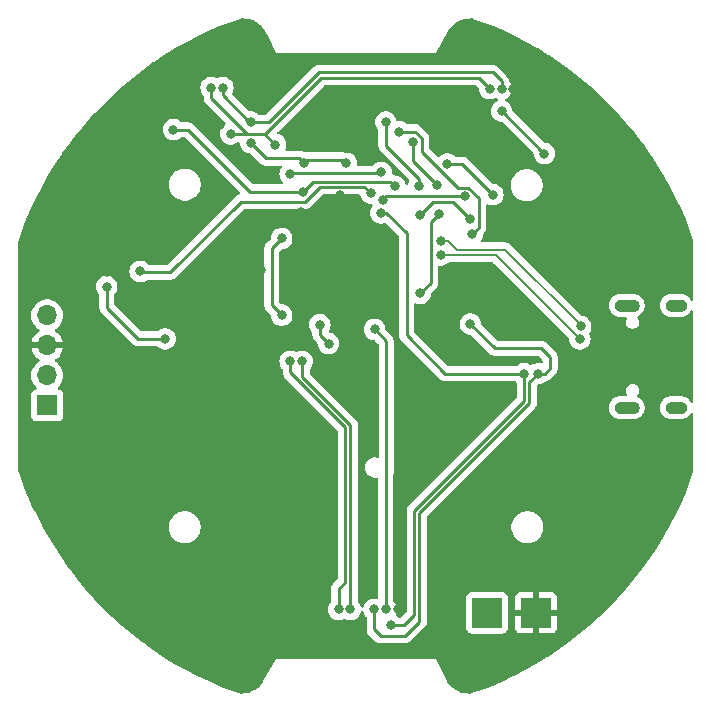
<source format=gbr>
%TF.GenerationSoftware,KiCad,Pcbnew,8.0.4*%
%TF.CreationDate,2024-10-05T19:20:08-05:00*%
%TF.ProjectId,ARES_FC,41524553-5f46-4432-9e6b-696361645f70,rev?*%
%TF.SameCoordinates,Original*%
%TF.FileFunction,Copper,L2,Bot*%
%TF.FilePolarity,Positive*%
%FSLAX46Y46*%
G04 Gerber Fmt 4.6, Leading zero omitted, Abs format (unit mm)*
G04 Created by KiCad (PCBNEW 8.0.4) date 2024-10-05 19:20:08*
%MOMM*%
%LPD*%
G01*
G04 APERTURE LIST*
%TA.AperFunction,EtchedComponent*%
%ADD10C,0.010000*%
%TD*%
%TA.AperFunction,ComponentPad*%
%ADD11R,2.500000X2.500000*%
%TD*%
%TA.AperFunction,ComponentPad*%
%ADD12C,0.900000*%
%TD*%
%TA.AperFunction,ComponentPad*%
%ADD13O,1.700000X1.700000*%
%TD*%
%TA.AperFunction,ComponentPad*%
%ADD14R,1.700000X1.700000*%
%TD*%
%TA.AperFunction,ViaPad*%
%ADD15C,0.800000*%
%TD*%
%TA.AperFunction,Conductor*%
%ADD16C,0.250000*%
%TD*%
%TA.AperFunction,Conductor*%
%ADD17C,0.200000*%
%TD*%
G04 APERTURE END LIST*
D10*
%TO.C,J2*%
X173466500Y-94776000D02*
X173489500Y-94777000D01*
X173512500Y-94781000D01*
X173536500Y-94785000D01*
X173558500Y-94790000D01*
X173581500Y-94797000D01*
X173603500Y-94805000D01*
X173625500Y-94814000D01*
X173646500Y-94824000D01*
X173667500Y-94835000D01*
X173687500Y-94848000D01*
X173707500Y-94861000D01*
X173725500Y-94875000D01*
X173743500Y-94891000D01*
X173760500Y-94907000D01*
X173776500Y-94924000D01*
X173792500Y-94942000D01*
X173806500Y-94960000D01*
X173819500Y-94980000D01*
X173832500Y-95000000D01*
X173843500Y-95021000D01*
X173853500Y-95042000D01*
X173862500Y-95064000D01*
X173870500Y-95086000D01*
X173877500Y-95109000D01*
X173882500Y-95131000D01*
X173886500Y-95155000D01*
X173890500Y-95178000D01*
X173891500Y-95201000D01*
X173892500Y-95225000D01*
X173891500Y-95249000D01*
X173890500Y-95272000D01*
X173886500Y-95295000D01*
X173882500Y-95319000D01*
X173877500Y-95341000D01*
X173870500Y-95364000D01*
X173862500Y-95386000D01*
X173853500Y-95408000D01*
X173843500Y-95429000D01*
X173832500Y-95450000D01*
X173819500Y-95470000D01*
X173806500Y-95490000D01*
X173792500Y-95508000D01*
X173776500Y-95526000D01*
X173760500Y-95543000D01*
X173743500Y-95559000D01*
X173725500Y-95575000D01*
X173707500Y-95589000D01*
X173687500Y-95602000D01*
X173667500Y-95615000D01*
X173646500Y-95626000D01*
X173625500Y-95636000D01*
X173603500Y-95645000D01*
X173581500Y-95653000D01*
X173558500Y-95660000D01*
X173536500Y-95665000D01*
X173512500Y-95669000D01*
X173489500Y-95673000D01*
X173466500Y-95674000D01*
X173442500Y-95675000D01*
X172342500Y-95675000D01*
X172318500Y-95674000D01*
X172295500Y-95673000D01*
X172272500Y-95669000D01*
X172248500Y-95665000D01*
X172226500Y-95660000D01*
X172203500Y-95653000D01*
X172181500Y-95645000D01*
X172159500Y-95636000D01*
X172138500Y-95626000D01*
X172117500Y-95615000D01*
X172097500Y-95602000D01*
X172077500Y-95589000D01*
X172059500Y-95575000D01*
X172041500Y-95559000D01*
X172024500Y-95543000D01*
X172008500Y-95526000D01*
X171992500Y-95508000D01*
X171978500Y-95490000D01*
X171965500Y-95470000D01*
X171952500Y-95450000D01*
X171941500Y-95429000D01*
X171931500Y-95408000D01*
X171922500Y-95386000D01*
X171914500Y-95364000D01*
X171907500Y-95341000D01*
X171902500Y-95319000D01*
X171898500Y-95295000D01*
X171894500Y-95272000D01*
X171893500Y-95249000D01*
X171892500Y-95225000D01*
X171893500Y-95201000D01*
X171894500Y-95178000D01*
X171898500Y-95155000D01*
X171902500Y-95131000D01*
X171907500Y-95109000D01*
X171914500Y-95086000D01*
X171922500Y-95064000D01*
X171931500Y-95042000D01*
X171941500Y-95021000D01*
X171952500Y-95000000D01*
X171965500Y-94980000D01*
X171978500Y-94960000D01*
X171992500Y-94942000D01*
X172008500Y-94924000D01*
X172024500Y-94907000D01*
X172041500Y-94891000D01*
X172059500Y-94875000D01*
X172077500Y-94861000D01*
X172097500Y-94848000D01*
X172117500Y-94835000D01*
X172138500Y-94824000D01*
X172159500Y-94814000D01*
X172181500Y-94805000D01*
X172203500Y-94797000D01*
X172226500Y-94790000D01*
X172248500Y-94785000D01*
X172272500Y-94781000D01*
X172295500Y-94777000D01*
X172318500Y-94776000D01*
X172342500Y-94775000D01*
X173442500Y-94775000D01*
X173466500Y-94776000D01*
%TA.AperFunction,EtchedComponent*%
G36*
X173466500Y-94776000D02*
G01*
X173489500Y-94777000D01*
X173512500Y-94781000D01*
X173536500Y-94785000D01*
X173558500Y-94790000D01*
X173581500Y-94797000D01*
X173603500Y-94805000D01*
X173625500Y-94814000D01*
X173646500Y-94824000D01*
X173667500Y-94835000D01*
X173687500Y-94848000D01*
X173707500Y-94861000D01*
X173725500Y-94875000D01*
X173743500Y-94891000D01*
X173760500Y-94907000D01*
X173776500Y-94924000D01*
X173792500Y-94942000D01*
X173806500Y-94960000D01*
X173819500Y-94980000D01*
X173832500Y-95000000D01*
X173843500Y-95021000D01*
X173853500Y-95042000D01*
X173862500Y-95064000D01*
X173870500Y-95086000D01*
X173877500Y-95109000D01*
X173882500Y-95131000D01*
X173886500Y-95155000D01*
X173890500Y-95178000D01*
X173891500Y-95201000D01*
X173892500Y-95225000D01*
X173891500Y-95249000D01*
X173890500Y-95272000D01*
X173886500Y-95295000D01*
X173882500Y-95319000D01*
X173877500Y-95341000D01*
X173870500Y-95364000D01*
X173862500Y-95386000D01*
X173853500Y-95408000D01*
X173843500Y-95429000D01*
X173832500Y-95450000D01*
X173819500Y-95470000D01*
X173806500Y-95490000D01*
X173792500Y-95508000D01*
X173776500Y-95526000D01*
X173760500Y-95543000D01*
X173743500Y-95559000D01*
X173725500Y-95575000D01*
X173707500Y-95589000D01*
X173687500Y-95602000D01*
X173667500Y-95615000D01*
X173646500Y-95626000D01*
X173625500Y-95636000D01*
X173603500Y-95645000D01*
X173581500Y-95653000D01*
X173558500Y-95660000D01*
X173536500Y-95665000D01*
X173512500Y-95669000D01*
X173489500Y-95673000D01*
X173466500Y-95674000D01*
X173442500Y-95675000D01*
X172342500Y-95675000D01*
X172318500Y-95674000D01*
X172295500Y-95673000D01*
X172272500Y-95669000D01*
X172248500Y-95665000D01*
X172226500Y-95660000D01*
X172203500Y-95653000D01*
X172181500Y-95645000D01*
X172159500Y-95636000D01*
X172138500Y-95626000D01*
X172117500Y-95615000D01*
X172097500Y-95602000D01*
X172077500Y-95589000D01*
X172059500Y-95575000D01*
X172041500Y-95559000D01*
X172024500Y-95543000D01*
X172008500Y-95526000D01*
X171992500Y-95508000D01*
X171978500Y-95490000D01*
X171965500Y-95470000D01*
X171952500Y-95450000D01*
X171941500Y-95429000D01*
X171931500Y-95408000D01*
X171922500Y-95386000D01*
X171914500Y-95364000D01*
X171907500Y-95341000D01*
X171902500Y-95319000D01*
X171898500Y-95295000D01*
X171894500Y-95272000D01*
X171893500Y-95249000D01*
X171892500Y-95225000D01*
X171893500Y-95201000D01*
X171894500Y-95178000D01*
X171898500Y-95155000D01*
X171902500Y-95131000D01*
X171907500Y-95109000D01*
X171914500Y-95086000D01*
X171922500Y-95064000D01*
X171931500Y-95042000D01*
X171941500Y-95021000D01*
X171952500Y-95000000D01*
X171965500Y-94980000D01*
X171978500Y-94960000D01*
X171992500Y-94942000D01*
X172008500Y-94924000D01*
X172024500Y-94907000D01*
X172041500Y-94891000D01*
X172059500Y-94875000D01*
X172077500Y-94861000D01*
X172097500Y-94848000D01*
X172117500Y-94835000D01*
X172138500Y-94824000D01*
X172159500Y-94814000D01*
X172181500Y-94805000D01*
X172203500Y-94797000D01*
X172226500Y-94790000D01*
X172248500Y-94785000D01*
X172272500Y-94781000D01*
X172295500Y-94777000D01*
X172318500Y-94776000D01*
X172342500Y-94775000D01*
X173442500Y-94775000D01*
X173466500Y-94776000D01*
G37*
%TD.AperFunction*%
X173466500Y-103426000D02*
X173489500Y-103427000D01*
X173512500Y-103431000D01*
X173536500Y-103435000D01*
X173558500Y-103440000D01*
X173581500Y-103447000D01*
X173603500Y-103455000D01*
X173625500Y-103464000D01*
X173646500Y-103474000D01*
X173667500Y-103485000D01*
X173687500Y-103498000D01*
X173707500Y-103511000D01*
X173725500Y-103525000D01*
X173743500Y-103541000D01*
X173760500Y-103557000D01*
X173776500Y-103574000D01*
X173792500Y-103592000D01*
X173806500Y-103610000D01*
X173819500Y-103630000D01*
X173832500Y-103650000D01*
X173843500Y-103671000D01*
X173853500Y-103692000D01*
X173862500Y-103714000D01*
X173870500Y-103736000D01*
X173877500Y-103759000D01*
X173882500Y-103781000D01*
X173886500Y-103805000D01*
X173890500Y-103828000D01*
X173891500Y-103851000D01*
X173892500Y-103875000D01*
X173891500Y-103899000D01*
X173890500Y-103922000D01*
X173886500Y-103945000D01*
X173882500Y-103969000D01*
X173877500Y-103991000D01*
X173870500Y-104014000D01*
X173862500Y-104036000D01*
X173853500Y-104058000D01*
X173843500Y-104079000D01*
X173832500Y-104100000D01*
X173819500Y-104120000D01*
X173806500Y-104140000D01*
X173792500Y-104158000D01*
X173776500Y-104176000D01*
X173760500Y-104193000D01*
X173743500Y-104209000D01*
X173725500Y-104225000D01*
X173707500Y-104239000D01*
X173687500Y-104252000D01*
X173667500Y-104265000D01*
X173646500Y-104276000D01*
X173625500Y-104286000D01*
X173603500Y-104295000D01*
X173581500Y-104303000D01*
X173558500Y-104310000D01*
X173536500Y-104315000D01*
X173512500Y-104319000D01*
X173489500Y-104323000D01*
X173466500Y-104324000D01*
X173442500Y-104325000D01*
X172342500Y-104325000D01*
X172318500Y-104324000D01*
X172295500Y-104323000D01*
X172272500Y-104319000D01*
X172248500Y-104315000D01*
X172226500Y-104310000D01*
X172203500Y-104303000D01*
X172181500Y-104295000D01*
X172159500Y-104286000D01*
X172138500Y-104276000D01*
X172117500Y-104265000D01*
X172097500Y-104252000D01*
X172077500Y-104239000D01*
X172059500Y-104225000D01*
X172041500Y-104209000D01*
X172024500Y-104193000D01*
X172008500Y-104176000D01*
X171992500Y-104158000D01*
X171978500Y-104140000D01*
X171965500Y-104120000D01*
X171952500Y-104100000D01*
X171941500Y-104079000D01*
X171931500Y-104058000D01*
X171922500Y-104036000D01*
X171914500Y-104014000D01*
X171907500Y-103991000D01*
X171902500Y-103969000D01*
X171898500Y-103945000D01*
X171894500Y-103922000D01*
X171893500Y-103899000D01*
X171892500Y-103875000D01*
X171893500Y-103851000D01*
X171894500Y-103828000D01*
X171898500Y-103805000D01*
X171902500Y-103781000D01*
X171907500Y-103759000D01*
X171914500Y-103736000D01*
X171922500Y-103714000D01*
X171931500Y-103692000D01*
X171941500Y-103671000D01*
X171952500Y-103650000D01*
X171965500Y-103630000D01*
X171978500Y-103610000D01*
X171992500Y-103592000D01*
X172008500Y-103574000D01*
X172024500Y-103557000D01*
X172041500Y-103541000D01*
X172059500Y-103525000D01*
X172077500Y-103511000D01*
X172097500Y-103498000D01*
X172117500Y-103485000D01*
X172138500Y-103474000D01*
X172159500Y-103464000D01*
X172181500Y-103455000D01*
X172203500Y-103447000D01*
X172226500Y-103440000D01*
X172248500Y-103435000D01*
X172272500Y-103431000D01*
X172295500Y-103427000D01*
X172318500Y-103426000D01*
X172342500Y-103425000D01*
X173442500Y-103425000D01*
X173466500Y-103426000D01*
%TA.AperFunction,EtchedComponent*%
G36*
X173466500Y-103426000D02*
G01*
X173489500Y-103427000D01*
X173512500Y-103431000D01*
X173536500Y-103435000D01*
X173558500Y-103440000D01*
X173581500Y-103447000D01*
X173603500Y-103455000D01*
X173625500Y-103464000D01*
X173646500Y-103474000D01*
X173667500Y-103485000D01*
X173687500Y-103498000D01*
X173707500Y-103511000D01*
X173725500Y-103525000D01*
X173743500Y-103541000D01*
X173760500Y-103557000D01*
X173776500Y-103574000D01*
X173792500Y-103592000D01*
X173806500Y-103610000D01*
X173819500Y-103630000D01*
X173832500Y-103650000D01*
X173843500Y-103671000D01*
X173853500Y-103692000D01*
X173862500Y-103714000D01*
X173870500Y-103736000D01*
X173877500Y-103759000D01*
X173882500Y-103781000D01*
X173886500Y-103805000D01*
X173890500Y-103828000D01*
X173891500Y-103851000D01*
X173892500Y-103875000D01*
X173891500Y-103899000D01*
X173890500Y-103922000D01*
X173886500Y-103945000D01*
X173882500Y-103969000D01*
X173877500Y-103991000D01*
X173870500Y-104014000D01*
X173862500Y-104036000D01*
X173853500Y-104058000D01*
X173843500Y-104079000D01*
X173832500Y-104100000D01*
X173819500Y-104120000D01*
X173806500Y-104140000D01*
X173792500Y-104158000D01*
X173776500Y-104176000D01*
X173760500Y-104193000D01*
X173743500Y-104209000D01*
X173725500Y-104225000D01*
X173707500Y-104239000D01*
X173687500Y-104252000D01*
X173667500Y-104265000D01*
X173646500Y-104276000D01*
X173625500Y-104286000D01*
X173603500Y-104295000D01*
X173581500Y-104303000D01*
X173558500Y-104310000D01*
X173536500Y-104315000D01*
X173512500Y-104319000D01*
X173489500Y-104323000D01*
X173466500Y-104324000D01*
X173442500Y-104325000D01*
X172342500Y-104325000D01*
X172318500Y-104324000D01*
X172295500Y-104323000D01*
X172272500Y-104319000D01*
X172248500Y-104315000D01*
X172226500Y-104310000D01*
X172203500Y-104303000D01*
X172181500Y-104295000D01*
X172159500Y-104286000D01*
X172138500Y-104276000D01*
X172117500Y-104265000D01*
X172097500Y-104252000D01*
X172077500Y-104239000D01*
X172059500Y-104225000D01*
X172041500Y-104209000D01*
X172024500Y-104193000D01*
X172008500Y-104176000D01*
X171992500Y-104158000D01*
X171978500Y-104140000D01*
X171965500Y-104120000D01*
X171952500Y-104100000D01*
X171941500Y-104079000D01*
X171931500Y-104058000D01*
X171922500Y-104036000D01*
X171914500Y-104014000D01*
X171907500Y-103991000D01*
X171902500Y-103969000D01*
X171898500Y-103945000D01*
X171894500Y-103922000D01*
X171893500Y-103899000D01*
X171892500Y-103875000D01*
X171893500Y-103851000D01*
X171894500Y-103828000D01*
X171898500Y-103805000D01*
X171902500Y-103781000D01*
X171907500Y-103759000D01*
X171914500Y-103736000D01*
X171922500Y-103714000D01*
X171931500Y-103692000D01*
X171941500Y-103671000D01*
X171952500Y-103650000D01*
X171965500Y-103630000D01*
X171978500Y-103610000D01*
X171992500Y-103592000D01*
X172008500Y-103574000D01*
X172024500Y-103557000D01*
X172041500Y-103541000D01*
X172059500Y-103525000D01*
X172077500Y-103511000D01*
X172097500Y-103498000D01*
X172117500Y-103485000D01*
X172138500Y-103474000D01*
X172159500Y-103464000D01*
X172181500Y-103455000D01*
X172203500Y-103447000D01*
X172226500Y-103440000D01*
X172248500Y-103435000D01*
X172272500Y-103431000D01*
X172295500Y-103427000D01*
X172318500Y-103426000D01*
X172342500Y-103425000D01*
X173442500Y-103425000D01*
X173466500Y-103426000D01*
G37*
%TD.AperFunction*%
X177486500Y-94776000D02*
X177509500Y-94777000D01*
X177532500Y-94781000D01*
X177556500Y-94785000D01*
X177578500Y-94790000D01*
X177601500Y-94797000D01*
X177623500Y-94805000D01*
X177645500Y-94814000D01*
X177666500Y-94824000D01*
X177687500Y-94835000D01*
X177707500Y-94848000D01*
X177727500Y-94861000D01*
X177745500Y-94875000D01*
X177763500Y-94891000D01*
X177780500Y-94907000D01*
X177796500Y-94924000D01*
X177812500Y-94942000D01*
X177826500Y-94960000D01*
X177839500Y-94980000D01*
X177852500Y-95000000D01*
X177863500Y-95021000D01*
X177873500Y-95042000D01*
X177882500Y-95064000D01*
X177890500Y-95086000D01*
X177897500Y-95109000D01*
X177902500Y-95131000D01*
X177906500Y-95155000D01*
X177910500Y-95178000D01*
X177911500Y-95201000D01*
X177912500Y-95225000D01*
X177911500Y-95249000D01*
X177910500Y-95272000D01*
X177906500Y-95295000D01*
X177902500Y-95319000D01*
X177897500Y-95341000D01*
X177890500Y-95364000D01*
X177882500Y-95386000D01*
X177873500Y-95408000D01*
X177863500Y-95429000D01*
X177852500Y-95450000D01*
X177839500Y-95470000D01*
X177826500Y-95490000D01*
X177812500Y-95508000D01*
X177796500Y-95526000D01*
X177780500Y-95543000D01*
X177763500Y-95559000D01*
X177745500Y-95575000D01*
X177727500Y-95589000D01*
X177707500Y-95602000D01*
X177687500Y-95615000D01*
X177666500Y-95626000D01*
X177645500Y-95636000D01*
X177623500Y-95645000D01*
X177601500Y-95653000D01*
X177578500Y-95660000D01*
X177556500Y-95665000D01*
X177532500Y-95669000D01*
X177509500Y-95673000D01*
X177486500Y-95674000D01*
X177462500Y-95675000D01*
X176662500Y-95675000D01*
X176638500Y-95674000D01*
X176615500Y-95673000D01*
X176592500Y-95669000D01*
X176568500Y-95665000D01*
X176546500Y-95660000D01*
X176523500Y-95653000D01*
X176501500Y-95645000D01*
X176479500Y-95636000D01*
X176458500Y-95626000D01*
X176437500Y-95615000D01*
X176417500Y-95602000D01*
X176397500Y-95589000D01*
X176379500Y-95575000D01*
X176361500Y-95559000D01*
X176344500Y-95543000D01*
X176328500Y-95526000D01*
X176312500Y-95508000D01*
X176298500Y-95490000D01*
X176285500Y-95470000D01*
X176272500Y-95450000D01*
X176261500Y-95429000D01*
X176251500Y-95408000D01*
X176242500Y-95386000D01*
X176234500Y-95364000D01*
X176227500Y-95341000D01*
X176222500Y-95319000D01*
X176218500Y-95295000D01*
X176214500Y-95272000D01*
X176213500Y-95249000D01*
X176212500Y-95225000D01*
X176213500Y-95201000D01*
X176214500Y-95178000D01*
X176218500Y-95155000D01*
X176222500Y-95131000D01*
X176227500Y-95109000D01*
X176234500Y-95086000D01*
X176242500Y-95064000D01*
X176251500Y-95042000D01*
X176261500Y-95021000D01*
X176272500Y-95000000D01*
X176285500Y-94980000D01*
X176298500Y-94960000D01*
X176312500Y-94942000D01*
X176328500Y-94924000D01*
X176344500Y-94907000D01*
X176361500Y-94891000D01*
X176379500Y-94875000D01*
X176397500Y-94861000D01*
X176417500Y-94848000D01*
X176437500Y-94835000D01*
X176458500Y-94824000D01*
X176479500Y-94814000D01*
X176501500Y-94805000D01*
X176523500Y-94797000D01*
X176546500Y-94790000D01*
X176568500Y-94785000D01*
X176592500Y-94781000D01*
X176615500Y-94777000D01*
X176638500Y-94776000D01*
X176662500Y-94775000D01*
X177462500Y-94775000D01*
X177486500Y-94776000D01*
%TA.AperFunction,EtchedComponent*%
G36*
X177486500Y-94776000D02*
G01*
X177509500Y-94777000D01*
X177532500Y-94781000D01*
X177556500Y-94785000D01*
X177578500Y-94790000D01*
X177601500Y-94797000D01*
X177623500Y-94805000D01*
X177645500Y-94814000D01*
X177666500Y-94824000D01*
X177687500Y-94835000D01*
X177707500Y-94848000D01*
X177727500Y-94861000D01*
X177745500Y-94875000D01*
X177763500Y-94891000D01*
X177780500Y-94907000D01*
X177796500Y-94924000D01*
X177812500Y-94942000D01*
X177826500Y-94960000D01*
X177839500Y-94980000D01*
X177852500Y-95000000D01*
X177863500Y-95021000D01*
X177873500Y-95042000D01*
X177882500Y-95064000D01*
X177890500Y-95086000D01*
X177897500Y-95109000D01*
X177902500Y-95131000D01*
X177906500Y-95155000D01*
X177910500Y-95178000D01*
X177911500Y-95201000D01*
X177912500Y-95225000D01*
X177911500Y-95249000D01*
X177910500Y-95272000D01*
X177906500Y-95295000D01*
X177902500Y-95319000D01*
X177897500Y-95341000D01*
X177890500Y-95364000D01*
X177882500Y-95386000D01*
X177873500Y-95408000D01*
X177863500Y-95429000D01*
X177852500Y-95450000D01*
X177839500Y-95470000D01*
X177826500Y-95490000D01*
X177812500Y-95508000D01*
X177796500Y-95526000D01*
X177780500Y-95543000D01*
X177763500Y-95559000D01*
X177745500Y-95575000D01*
X177727500Y-95589000D01*
X177707500Y-95602000D01*
X177687500Y-95615000D01*
X177666500Y-95626000D01*
X177645500Y-95636000D01*
X177623500Y-95645000D01*
X177601500Y-95653000D01*
X177578500Y-95660000D01*
X177556500Y-95665000D01*
X177532500Y-95669000D01*
X177509500Y-95673000D01*
X177486500Y-95674000D01*
X177462500Y-95675000D01*
X176662500Y-95675000D01*
X176638500Y-95674000D01*
X176615500Y-95673000D01*
X176592500Y-95669000D01*
X176568500Y-95665000D01*
X176546500Y-95660000D01*
X176523500Y-95653000D01*
X176501500Y-95645000D01*
X176479500Y-95636000D01*
X176458500Y-95626000D01*
X176437500Y-95615000D01*
X176417500Y-95602000D01*
X176397500Y-95589000D01*
X176379500Y-95575000D01*
X176361500Y-95559000D01*
X176344500Y-95543000D01*
X176328500Y-95526000D01*
X176312500Y-95508000D01*
X176298500Y-95490000D01*
X176285500Y-95470000D01*
X176272500Y-95450000D01*
X176261500Y-95429000D01*
X176251500Y-95408000D01*
X176242500Y-95386000D01*
X176234500Y-95364000D01*
X176227500Y-95341000D01*
X176222500Y-95319000D01*
X176218500Y-95295000D01*
X176214500Y-95272000D01*
X176213500Y-95249000D01*
X176212500Y-95225000D01*
X176213500Y-95201000D01*
X176214500Y-95178000D01*
X176218500Y-95155000D01*
X176222500Y-95131000D01*
X176227500Y-95109000D01*
X176234500Y-95086000D01*
X176242500Y-95064000D01*
X176251500Y-95042000D01*
X176261500Y-95021000D01*
X176272500Y-95000000D01*
X176285500Y-94980000D01*
X176298500Y-94960000D01*
X176312500Y-94942000D01*
X176328500Y-94924000D01*
X176344500Y-94907000D01*
X176361500Y-94891000D01*
X176379500Y-94875000D01*
X176397500Y-94861000D01*
X176417500Y-94848000D01*
X176437500Y-94835000D01*
X176458500Y-94824000D01*
X176479500Y-94814000D01*
X176501500Y-94805000D01*
X176523500Y-94797000D01*
X176546500Y-94790000D01*
X176568500Y-94785000D01*
X176592500Y-94781000D01*
X176615500Y-94777000D01*
X176638500Y-94776000D01*
X176662500Y-94775000D01*
X177462500Y-94775000D01*
X177486500Y-94776000D01*
G37*
%TD.AperFunction*%
X177486500Y-103426000D02*
X177509500Y-103427000D01*
X177532500Y-103431000D01*
X177556500Y-103435000D01*
X177578500Y-103440000D01*
X177601500Y-103447000D01*
X177623500Y-103455000D01*
X177645500Y-103464000D01*
X177666500Y-103474000D01*
X177687500Y-103485000D01*
X177707500Y-103498000D01*
X177727500Y-103511000D01*
X177745500Y-103525000D01*
X177763500Y-103541000D01*
X177780500Y-103557000D01*
X177796500Y-103574000D01*
X177812500Y-103592000D01*
X177826500Y-103610000D01*
X177839500Y-103630000D01*
X177852500Y-103650000D01*
X177863500Y-103671000D01*
X177873500Y-103692000D01*
X177882500Y-103714000D01*
X177890500Y-103736000D01*
X177897500Y-103759000D01*
X177902500Y-103781000D01*
X177906500Y-103805000D01*
X177910500Y-103828000D01*
X177911500Y-103851000D01*
X177912500Y-103875000D01*
X177911500Y-103899000D01*
X177910500Y-103922000D01*
X177906500Y-103945000D01*
X177902500Y-103969000D01*
X177897500Y-103991000D01*
X177890500Y-104014000D01*
X177882500Y-104036000D01*
X177873500Y-104058000D01*
X177863500Y-104079000D01*
X177852500Y-104100000D01*
X177839500Y-104120000D01*
X177826500Y-104140000D01*
X177812500Y-104158000D01*
X177796500Y-104176000D01*
X177780500Y-104193000D01*
X177763500Y-104209000D01*
X177745500Y-104225000D01*
X177727500Y-104239000D01*
X177707500Y-104252000D01*
X177687500Y-104265000D01*
X177666500Y-104276000D01*
X177645500Y-104286000D01*
X177623500Y-104295000D01*
X177601500Y-104303000D01*
X177578500Y-104310000D01*
X177556500Y-104315000D01*
X177532500Y-104319000D01*
X177509500Y-104323000D01*
X177486500Y-104324000D01*
X177462500Y-104325000D01*
X176662500Y-104325000D01*
X176638500Y-104324000D01*
X176615500Y-104323000D01*
X176592500Y-104319000D01*
X176568500Y-104315000D01*
X176546500Y-104310000D01*
X176523500Y-104303000D01*
X176501500Y-104295000D01*
X176479500Y-104286000D01*
X176458500Y-104276000D01*
X176437500Y-104265000D01*
X176417500Y-104252000D01*
X176397500Y-104239000D01*
X176379500Y-104225000D01*
X176361500Y-104209000D01*
X176344500Y-104193000D01*
X176328500Y-104176000D01*
X176312500Y-104158000D01*
X176298500Y-104140000D01*
X176285500Y-104120000D01*
X176272500Y-104100000D01*
X176261500Y-104079000D01*
X176251500Y-104058000D01*
X176242500Y-104036000D01*
X176234500Y-104014000D01*
X176227500Y-103991000D01*
X176222500Y-103969000D01*
X176218500Y-103945000D01*
X176214500Y-103922000D01*
X176213500Y-103899000D01*
X176212500Y-103875000D01*
X176213500Y-103851000D01*
X176214500Y-103828000D01*
X176218500Y-103805000D01*
X176222500Y-103781000D01*
X176227500Y-103759000D01*
X176234500Y-103736000D01*
X176242500Y-103714000D01*
X176251500Y-103692000D01*
X176261500Y-103671000D01*
X176272500Y-103650000D01*
X176285500Y-103630000D01*
X176298500Y-103610000D01*
X176312500Y-103592000D01*
X176328500Y-103574000D01*
X176344500Y-103557000D01*
X176361500Y-103541000D01*
X176379500Y-103525000D01*
X176397500Y-103511000D01*
X176417500Y-103498000D01*
X176437500Y-103485000D01*
X176458500Y-103474000D01*
X176479500Y-103464000D01*
X176501500Y-103455000D01*
X176523500Y-103447000D01*
X176546500Y-103440000D01*
X176568500Y-103435000D01*
X176592500Y-103431000D01*
X176615500Y-103427000D01*
X176638500Y-103426000D01*
X176662500Y-103425000D01*
X177462500Y-103425000D01*
X177486500Y-103426000D01*
%TA.AperFunction,EtchedComponent*%
G36*
X177486500Y-103426000D02*
G01*
X177509500Y-103427000D01*
X177532500Y-103431000D01*
X177556500Y-103435000D01*
X177578500Y-103440000D01*
X177601500Y-103447000D01*
X177623500Y-103455000D01*
X177645500Y-103464000D01*
X177666500Y-103474000D01*
X177687500Y-103485000D01*
X177707500Y-103498000D01*
X177727500Y-103511000D01*
X177745500Y-103525000D01*
X177763500Y-103541000D01*
X177780500Y-103557000D01*
X177796500Y-103574000D01*
X177812500Y-103592000D01*
X177826500Y-103610000D01*
X177839500Y-103630000D01*
X177852500Y-103650000D01*
X177863500Y-103671000D01*
X177873500Y-103692000D01*
X177882500Y-103714000D01*
X177890500Y-103736000D01*
X177897500Y-103759000D01*
X177902500Y-103781000D01*
X177906500Y-103805000D01*
X177910500Y-103828000D01*
X177911500Y-103851000D01*
X177912500Y-103875000D01*
X177911500Y-103899000D01*
X177910500Y-103922000D01*
X177906500Y-103945000D01*
X177902500Y-103969000D01*
X177897500Y-103991000D01*
X177890500Y-104014000D01*
X177882500Y-104036000D01*
X177873500Y-104058000D01*
X177863500Y-104079000D01*
X177852500Y-104100000D01*
X177839500Y-104120000D01*
X177826500Y-104140000D01*
X177812500Y-104158000D01*
X177796500Y-104176000D01*
X177780500Y-104193000D01*
X177763500Y-104209000D01*
X177745500Y-104225000D01*
X177727500Y-104239000D01*
X177707500Y-104252000D01*
X177687500Y-104265000D01*
X177666500Y-104276000D01*
X177645500Y-104286000D01*
X177623500Y-104295000D01*
X177601500Y-104303000D01*
X177578500Y-104310000D01*
X177556500Y-104315000D01*
X177532500Y-104319000D01*
X177509500Y-104323000D01*
X177486500Y-104324000D01*
X177462500Y-104325000D01*
X176662500Y-104325000D01*
X176638500Y-104324000D01*
X176615500Y-104323000D01*
X176592500Y-104319000D01*
X176568500Y-104315000D01*
X176546500Y-104310000D01*
X176523500Y-104303000D01*
X176501500Y-104295000D01*
X176479500Y-104286000D01*
X176458500Y-104276000D01*
X176437500Y-104265000D01*
X176417500Y-104252000D01*
X176397500Y-104239000D01*
X176379500Y-104225000D01*
X176361500Y-104209000D01*
X176344500Y-104193000D01*
X176328500Y-104176000D01*
X176312500Y-104158000D01*
X176298500Y-104140000D01*
X176285500Y-104120000D01*
X176272500Y-104100000D01*
X176261500Y-104079000D01*
X176251500Y-104058000D01*
X176242500Y-104036000D01*
X176234500Y-104014000D01*
X176227500Y-103991000D01*
X176222500Y-103969000D01*
X176218500Y-103945000D01*
X176214500Y-103922000D01*
X176213500Y-103899000D01*
X176212500Y-103875000D01*
X176213500Y-103851000D01*
X176214500Y-103828000D01*
X176218500Y-103805000D01*
X176222500Y-103781000D01*
X176227500Y-103759000D01*
X176234500Y-103736000D01*
X176242500Y-103714000D01*
X176251500Y-103692000D01*
X176261500Y-103671000D01*
X176272500Y-103650000D01*
X176285500Y-103630000D01*
X176298500Y-103610000D01*
X176312500Y-103592000D01*
X176328500Y-103574000D01*
X176344500Y-103557000D01*
X176361500Y-103541000D01*
X176379500Y-103525000D01*
X176397500Y-103511000D01*
X176417500Y-103498000D01*
X176437500Y-103485000D01*
X176458500Y-103474000D01*
X176479500Y-103464000D01*
X176501500Y-103455000D01*
X176523500Y-103447000D01*
X176546500Y-103440000D01*
X176568500Y-103435000D01*
X176592500Y-103431000D01*
X176615500Y-103427000D01*
X176638500Y-103426000D01*
X176662500Y-103425000D01*
X177462500Y-103425000D01*
X177486500Y-103426000D01*
G37*
%TD.AperFunction*%
%TD*%
D11*
%TO.P,J5,1,Pin_1*%
%TO.N,GND*%
X165214000Y-121250000D03*
%TD*%
%TO.P,J4,1,Pin_1*%
%TO.N,VBUS*%
X161058000Y-121250000D03*
%TD*%
D12*
%TO.P,J2,S1,SHIELD*%
%TO.N,GND*%
X172892500Y-103875000D03*
%TO.P,J2,S2,SHIELD*%
X172892500Y-95225000D03*
%TO.P,J2,S3,SHIELD*%
X177062500Y-103875000D03*
%TO.P,J2,S4,SHIELD*%
X177062500Y-95225000D03*
%TD*%
D13*
%TO.P,J1,4,Pin_4*%
%TO.N,/SWCLK*%
X123827740Y-96068800D03*
%TO.P,J1,3,Pin_3*%
%TO.N,GND*%
X123827740Y-98608800D03*
%TO.P,J1,2,Pin_2*%
%TO.N,/SWDIO*%
X123827740Y-101148800D03*
D14*
%TO.P,J1,1,Pin_1*%
%TO.N,/NRST*%
X123827740Y-103688800D03*
%TD*%
D15*
%TO.N,GND*%
X145350000Y-87300000D03*
X163417500Y-88850000D03*
X162560000Y-116840000D03*
X168168000Y-85547500D03*
X160274000Y-118364000D03*
X165354000Y-118364000D03*
X167898000Y-111760000D03*
X174350000Y-116100000D03*
X169422000Y-110490000D03*
X167557600Y-121202000D03*
X173486000Y-110490000D03*
X164592000Y-116877000D03*
X148577000Y-85906740D03*
X167898000Y-113792000D03*
X174502000Y-113030000D03*
X170200000Y-85547500D03*
X161290000Y-118364000D03*
X140250000Y-101650000D03*
X168406000Y-110744000D03*
X126150000Y-97769600D03*
X133050000Y-89450000D03*
X143378000Y-88348540D03*
X174400000Y-110998000D03*
X172000000Y-116850000D03*
X164338000Y-118364000D03*
X163576000Y-116840000D03*
X140900000Y-77250000D03*
X169600000Y-116850000D03*
X132392500Y-85628500D03*
X167898000Y-114808000D03*
X130360500Y-85628500D03*
X170434000Y-118364000D03*
X169450000Y-100900000D03*
X132762500Y-80400000D03*
X143550000Y-113150000D03*
X141150000Y-113637500D03*
X143550000Y-105650000D03*
X170784760Y-96841200D03*
X165608000Y-116840000D03*
X163322000Y-118364000D03*
X161544000Y-116332000D03*
X170900000Y-103500000D03*
X162306000Y-118364000D03*
X166227500Y-97700000D03*
X167386000Y-118364000D03*
X169418000Y-118364000D03*
X141950000Y-92250000D03*
X157350000Y-95250000D03*
X168402000Y-118364000D03*
X173100000Y-116850000D03*
X167640000Y-116840000D03*
X172470000Y-110490000D03*
X167898000Y-112776000D03*
X168656000Y-116840000D03*
X153500000Y-120950000D03*
X138450000Y-79950000D03*
X174500000Y-115050000D03*
X166370000Y-118364000D03*
X129750000Y-111979500D03*
X167898000Y-115824000D03*
X128892500Y-92359500D03*
X170438000Y-110490000D03*
X163299657Y-76901307D03*
X174502000Y-112014000D03*
X174502000Y-114046000D03*
X136400000Y-92900000D03*
X159600000Y-114650000D03*
X171454000Y-110490000D03*
X171400000Y-117750000D03*
X166624000Y-116840000D03*
X146500000Y-78060000D03*
X159550000Y-104150000D03*
X133450000Y-103168000D03*
%TO.N,+3.3V*%
X145450000Y-85600000D03*
X134517500Y-80350000D03*
X159625000Y-87900000D03*
X165925000Y-82375000D03*
X143678000Y-96048540D03*
X128862500Y-93629500D03*
X162300000Y-78775000D03*
X133800000Y-98050000D03*
X155378000Y-87600000D03*
X153278000Y-85148540D03*
X143678000Y-89548540D03*
%TO.N,/SWDIO*%
X152100000Y-83950000D03*
X144400000Y-84100000D03*
%TO.N,/USB_D+*%
X157150000Y-89800000D03*
X168992318Y-97007682D03*
%TO.N,/USB_D-*%
X168925000Y-98075000D03*
X157150000Y-90950000D03*
%TO.N,/LED_G*%
X159175000Y-86000000D03*
X152250000Y-86300000D03*
%TO.N,/BNO_NRST*%
X151200000Y-85700000D03*
X131700000Y-92350000D03*
%TO.N,/SDA*%
X143150000Y-81600000D03*
X161300000Y-76875001D03*
X139350000Y-80700000D03*
X137700000Y-76775000D03*
%TO.N,/SCL*%
X162300000Y-76875000D03*
X149163077Y-83186923D03*
X141050000Y-79700000D03*
X138700000Y-76775000D03*
X145550000Y-83150000D03*
X141050000Y-81450000D03*
%TO.N,/RX_GPS*%
X146900000Y-96850000D03*
X147650000Y-98450000D03*
%TO.N,/RADIO_NRST*%
X161550000Y-85850000D03*
X157700000Y-83250000D03*
%TO.N,/RX_RADIO*%
X156850000Y-85050000D03*
X154800000Y-81350000D03*
%TO.N,/MOTOR_NRST*%
X152500000Y-120950000D03*
X151550000Y-97250000D03*
%TO.N,/S1_MP*%
X144399997Y-99950000D03*
X148500000Y-120950000D03*
%TO.N,/S2_MP*%
X145400000Y-99950000D03*
X149500000Y-120950000D03*
%TO.N,/S2_RF*%
X153600000Y-80500000D03*
X159800000Y-89200000D03*
%TO.N,/S1_RF*%
X157000000Y-87500000D03*
X155400000Y-94200000D03*
X152487500Y-79687500D03*
X155287653Y-85112347D03*
%TO.N,/MOTOR_SDA*%
X152950000Y-122300000D03*
X164200000Y-101000000D03*
X152075000Y-87400000D03*
%TO.N,/MOTOR_SCL*%
X151500000Y-120950000D03*
X159650000Y-96800000D03*
X165350000Y-101010000D03*
%TD*%
D16*
%TO.N,+3.3V*%
X159625000Y-87900000D02*
X158175000Y-86450000D01*
X158175000Y-86450000D02*
X156528000Y-86450000D01*
X152861200Y-84731740D02*
X153278000Y-85148540D01*
X143678000Y-96048540D02*
X142850000Y-95220540D01*
X128862500Y-93629500D02*
X128862500Y-95412500D01*
X142850000Y-90376540D02*
X143678000Y-89548540D01*
X134517500Y-80350000D02*
X135750000Y-80350000D01*
X162325000Y-78775000D02*
X162300000Y-78775000D01*
X142850000Y-95220540D02*
X142850000Y-90376540D01*
X145450000Y-85600000D02*
X146318260Y-84731740D01*
X131500000Y-98050000D02*
X133800000Y-98050000D01*
X141000000Y-85600000D02*
X145450000Y-85600000D01*
X135750000Y-80350000D02*
X141000000Y-85600000D01*
X128862500Y-95412500D02*
X131500000Y-98050000D01*
X146318260Y-84731740D02*
X152861200Y-84731740D01*
X165925000Y-82375000D02*
X162325000Y-78775000D01*
X156528000Y-86450000D02*
X155378000Y-87600000D01*
%TO.N,/SWDIO*%
X152000000Y-84050000D02*
X144450000Y-84050000D01*
X152100000Y-83950000D02*
X152000000Y-84050000D01*
X144450000Y-84050000D02*
X144400000Y-84100000D01*
D17*
%TO.N,/USB_D+*%
X168992318Y-96892318D02*
X162600000Y-90500000D01*
X162600000Y-90500000D02*
X158500000Y-90500000D01*
X168992318Y-97007682D02*
X168992318Y-96892318D01*
X157800000Y-89800000D02*
X157150000Y-89800000D01*
X158500000Y-90500000D02*
X157800000Y-89800000D01*
%TO.N,/USB_D-*%
X168925000Y-98075000D02*
X161800000Y-90950000D01*
X161800000Y-90950000D02*
X157150000Y-90950000D01*
D16*
%TO.N,/LED_G*%
X152250000Y-86300000D02*
X152550000Y-86000000D01*
X152550000Y-86000000D02*
X159175000Y-86000000D01*
%TO.N,/BNO_NRST*%
X145625305Y-86450000D02*
X140200000Y-86450000D01*
X151200000Y-85700000D02*
X150681740Y-85181740D01*
X131750000Y-92400000D02*
X131700000Y-92350000D01*
X146893565Y-85181740D02*
X145625305Y-86450000D01*
X134250000Y-92400000D02*
X131750000Y-92400000D01*
X140200000Y-86450000D02*
X134250000Y-92400000D01*
X150681740Y-85181740D02*
X146893565Y-85181740D01*
%TO.N,/SDA*%
X141250000Y-80700000D02*
X142250000Y-80700000D01*
X142250000Y-80700000D02*
X143150000Y-81600000D01*
X137700000Y-77650000D02*
X140750000Y-80700000D01*
X147000000Y-75950000D02*
X160374999Y-75950000D01*
X160374999Y-75950000D02*
X161300000Y-76875001D01*
X139350000Y-80700000D02*
X141250000Y-80700000D01*
X140750000Y-80700000D02*
X141250000Y-80700000D01*
X137700000Y-76775000D02*
X137700000Y-77650000D01*
X142250000Y-80700000D02*
X147000000Y-75950000D01*
%TO.N,/SCL*%
X141050000Y-81450000D02*
X142350000Y-82750000D01*
X162300000Y-76250000D02*
X162300000Y-76875000D01*
X145800000Y-82900000D02*
X145550000Y-83150000D01*
X140950000Y-79700000D02*
X138700000Y-77450000D01*
X149163077Y-83186923D02*
X148876154Y-82900000D01*
X146813604Y-75500000D02*
X161550000Y-75500000D01*
X145150000Y-82750000D02*
X145550000Y-83150000D01*
X138700000Y-77450000D02*
X138700000Y-76775000D01*
X148876154Y-82900000D02*
X145800000Y-82900000D01*
X142350000Y-82750000D02*
X145150000Y-82750000D01*
X141050000Y-79700000D02*
X140950000Y-79700000D01*
X142613604Y-79700000D02*
X146813604Y-75500000D01*
X161550000Y-75500000D02*
X162300000Y-76250000D01*
X141050000Y-79700000D02*
X142613604Y-79700000D01*
%TO.N,/RX_GPS*%
X146900000Y-97700000D02*
X147650000Y-98450000D01*
X146900000Y-96850000D02*
X146900000Y-97700000D01*
%TO.N,/RADIO_NRST*%
X157700000Y-83250000D02*
X158950000Y-83250000D01*
X158950000Y-83250000D02*
X161550000Y-85850000D01*
%TO.N,/RX_RADIO*%
X154800000Y-83000000D02*
X154800000Y-81350000D01*
X156850000Y-85050000D02*
X154800000Y-83000000D01*
%TO.N,/MOTOR_NRST*%
X152500000Y-120950000D02*
X152500000Y-109385929D01*
X152500000Y-109385929D02*
X152530000Y-109355929D01*
X152530000Y-98230000D02*
X151550000Y-97250000D01*
X152530000Y-109355929D02*
X152530000Y-98230000D01*
%TO.N,/S1_MP*%
X149042281Y-105528677D02*
X144399997Y-100886393D01*
X149042281Y-118650660D02*
X149042281Y-105528677D01*
X148500000Y-119192941D02*
X149042281Y-118650660D01*
X144399997Y-100886393D02*
X144399997Y-99950000D01*
X148500000Y-120950000D02*
X148500000Y-119192941D01*
%TO.N,/S2_MP*%
X149492281Y-120942281D02*
X149492281Y-105342281D01*
X145400000Y-101250000D02*
X145400000Y-99950000D01*
X149500000Y-120950000D02*
X149492281Y-120942281D01*
X149492281Y-105342281D02*
X145400000Y-101250000D01*
%TO.N,/S2_RF*%
X159475305Y-85275000D02*
X158599695Y-85275000D01*
X160350000Y-88650000D02*
X160350000Y-86149695D01*
X160350000Y-86149695D02*
X159475305Y-85275000D01*
X155525000Y-81049695D02*
X154975305Y-80500000D01*
X158599695Y-85275000D02*
X155525000Y-82200305D01*
X155525000Y-82200305D02*
X155525000Y-81049695D01*
X159800000Y-89200000D02*
X160350000Y-88650000D01*
X154975305Y-80500000D02*
X153600000Y-80500000D01*
%TO.N,/S1_RF*%
X152487500Y-81687500D02*
X155287653Y-84487653D01*
X156300000Y-88200000D02*
X157000000Y-87500000D01*
X155287653Y-84487653D02*
X155287653Y-85112347D01*
X156300000Y-93300000D02*
X156300000Y-88200000D01*
X155400000Y-94200000D02*
X156300000Y-93300000D01*
X152487500Y-79687500D02*
X152487500Y-81687500D01*
%TO.N,/MOTOR_SDA*%
X152550000Y-87400000D02*
X154250000Y-89100000D01*
X152950000Y-122300000D02*
X154000000Y-122300000D01*
X154250000Y-89100000D02*
X154250000Y-97750000D01*
X164200000Y-103300000D02*
X155275000Y-112225000D01*
X154887347Y-121412653D02*
X154887347Y-112612653D01*
X152075000Y-87400000D02*
X152550000Y-87400000D01*
X155275000Y-112225000D02*
X155050000Y-112450000D01*
X154000000Y-122300000D02*
X154887347Y-121412653D01*
X154887347Y-112612653D02*
X155275000Y-112225000D01*
X164200000Y-101000000D02*
X164200000Y-103300000D01*
X154250000Y-97750000D02*
X157500000Y-101000000D01*
X157500000Y-101000000D02*
X164200000Y-101000000D01*
%TO.N,/MOTOR_SCL*%
X166400000Y-100550000D02*
X165940000Y-101010000D01*
X154125305Y-123200000D02*
X152050000Y-123200000D01*
X165940000Y-101010000D02*
X165350000Y-101010000D01*
X164650000Y-101710000D02*
X164650000Y-103486396D01*
X166400000Y-99600000D02*
X166400000Y-100550000D01*
X151500000Y-122650000D02*
X151500000Y-120950000D01*
X165650000Y-98850000D02*
X165725000Y-98925000D01*
X164650000Y-103486396D02*
X155337347Y-112799049D01*
X165350000Y-101010000D02*
X164650000Y-101710000D01*
X155337347Y-112799049D02*
X155337347Y-121987958D01*
X155337347Y-121987958D02*
X154125305Y-123200000D01*
X152050000Y-123200000D02*
X151500000Y-122650000D01*
X165650000Y-98850000D02*
X166400000Y-99600000D01*
X161700000Y-98850000D02*
X165650000Y-98850000D01*
X159650000Y-96800000D02*
X161700000Y-98850000D01*
%TD*%
%TA.AperFunction,Conductor*%
%TO.N,GND*%
G36*
X159852263Y-70926776D02*
G01*
X159886259Y-70933625D01*
X160163269Y-71031334D01*
X160385204Y-71109616D01*
X160388854Y-71110970D01*
X161407381Y-71507102D01*
X161411501Y-71508791D01*
X162414706Y-71941552D01*
X162418797Y-71943406D01*
X163405620Y-72412327D01*
X163409653Y-72414334D01*
X164378726Y-72918760D01*
X164382684Y-72920912D01*
X165332851Y-73460243D01*
X165336704Y-73462524D01*
X166266639Y-74036008D01*
X166270390Y-74038416D01*
X167178931Y-74645341D01*
X167182595Y-74647887D01*
X168068443Y-75287385D01*
X168072018Y-75290067D01*
X168503033Y-75625694D01*
X168934033Y-75961310D01*
X168937537Y-75964142D01*
X169774585Y-76666247D01*
X169777984Y-76669204D01*
X170589010Y-77401285D01*
X170592299Y-77404365D01*
X171376147Y-78165380D01*
X171379313Y-78168567D01*
X172106297Y-78927591D01*
X172135033Y-78957593D01*
X172138084Y-78960897D01*
X172303402Y-79146556D01*
X172864645Y-79776859D01*
X172867579Y-79780278D01*
X173563981Y-80622053D01*
X173566790Y-80625576D01*
X174036233Y-81236942D01*
X174187788Y-81434316D01*
X174232180Y-81492128D01*
X174234854Y-81495745D01*
X174868342Y-82385920D01*
X174870857Y-82389596D01*
X174990358Y-82571135D01*
X175471568Y-83302169D01*
X175473977Y-83305977D01*
X176041143Y-84239773D01*
X176043411Y-84243665D01*
X176576270Y-85197434D01*
X176578396Y-85201407D01*
X177076257Y-86173908D01*
X177078237Y-86177955D01*
X177540448Y-87167914D01*
X177542279Y-87172030D01*
X177968209Y-88178098D01*
X177969890Y-88182278D01*
X178359103Y-89203452D01*
X178360450Y-89207164D01*
X178531958Y-89704147D01*
X178538742Y-89744598D01*
X178538742Y-94689805D01*
X178519057Y-94756844D01*
X178466253Y-94802599D01*
X178397095Y-94812543D01*
X178333539Y-94783518D01*
X178307720Y-94752433D01*
X178287230Y-94717419D01*
X178279584Y-94705656D01*
X178261233Y-94677424D01*
X178235779Y-94641672D01*
X178221779Y-94623672D01*
X178200032Y-94597527D01*
X178200029Y-94597523D01*
X178192040Y-94588536D01*
X178184032Y-94579527D01*
X178174072Y-94568638D01*
X178174043Y-94568606D01*
X178158068Y-94551634D01*
X178135865Y-94529431D01*
X178118893Y-94513456D01*
X178116102Y-94510903D01*
X178107973Y-94503468D01*
X178100760Y-94497056D01*
X178089976Y-94487470D01*
X178063829Y-94465722D01*
X178063828Y-94465721D01*
X178045828Y-94451721D01*
X178010076Y-94426267D01*
X177998308Y-94418618D01*
X177970080Y-94400269D01*
X177928103Y-94375705D01*
X177928088Y-94375696D01*
X177928067Y-94375685D01*
X177928049Y-94375675D01*
X177907100Y-94364701D01*
X177889427Y-94355869D01*
X177868420Y-94345866D01*
X177841813Y-94334100D01*
X177819832Y-94325107D01*
X177803646Y-94318857D01*
X177800694Y-94317717D01*
X177795623Y-94315873D01*
X177778713Y-94309723D01*
X177752453Y-94300960D01*
X177729455Y-94293961D01*
X177693428Y-94284398D01*
X177693414Y-94284394D01*
X177693411Y-94284394D01*
X177687922Y-94283146D01*
X177671404Y-94279392D01*
X177641720Y-94273550D01*
X177619897Y-94269913D01*
X177619043Y-94269768D01*
X177598342Y-94266168D01*
X177532029Y-94258989D01*
X177509087Y-94257991D01*
X177509022Y-94257989D01*
X177508385Y-94257962D01*
X177508088Y-94257950D01*
X177484066Y-94256949D01*
X177462502Y-94256500D01*
X177462500Y-94256500D01*
X176662500Y-94256500D01*
X176662498Y-94256500D01*
X176640933Y-94256949D01*
X176616912Y-94257950D01*
X176616911Y-94257949D01*
X176616094Y-94257983D01*
X176616095Y-94257984D01*
X176616024Y-94257987D01*
X176615978Y-94257989D01*
X176611470Y-94258185D01*
X176592970Y-94258989D01*
X176526658Y-94266168D01*
X176526655Y-94266168D01*
X176505956Y-94269768D01*
X176505103Y-94269913D01*
X176483274Y-94273551D01*
X176453595Y-94279392D01*
X176431571Y-94284398D01*
X176395544Y-94293961D01*
X176372546Y-94300960D01*
X176346286Y-94309723D01*
X176324303Y-94317718D01*
X176305167Y-94325107D01*
X176283186Y-94334100D01*
X176256579Y-94345866D01*
X176235572Y-94355869D01*
X176217899Y-94364701D01*
X176196950Y-94375675D01*
X176196896Y-94375705D01*
X176154919Y-94400269D01*
X176114928Y-94426264D01*
X176079173Y-94451720D01*
X176061170Y-94465722D01*
X176035023Y-94487470D01*
X176017049Y-94503448D01*
X176006106Y-94513456D01*
X175989134Y-94529431D01*
X175966931Y-94551634D01*
X175950956Y-94568606D01*
X175940948Y-94579549D01*
X175924970Y-94597523D01*
X175903222Y-94623670D01*
X175889220Y-94641673D01*
X175863764Y-94677428D01*
X175837769Y-94717419D01*
X175813205Y-94759396D01*
X175813175Y-94759450D01*
X175802201Y-94780399D01*
X175793369Y-94798072D01*
X175783366Y-94819079D01*
X175771600Y-94845686D01*
X175762607Y-94867667D01*
X175755218Y-94886803D01*
X175747223Y-94908786D01*
X175738460Y-94935046D01*
X175731461Y-94958044D01*
X175721898Y-94994071D01*
X175716892Y-95016095D01*
X175711051Y-95045774D01*
X175707413Y-95067603D01*
X175707268Y-95068456D01*
X175703668Y-95089155D01*
X175703668Y-95089158D01*
X175696489Y-95155470D01*
X175695484Y-95178595D01*
X175695449Y-95179412D01*
X175695450Y-95179413D01*
X175694450Y-95203423D01*
X175694450Y-95246576D01*
X175695450Y-95270587D01*
X175695449Y-95270587D01*
X175695484Y-95271405D01*
X175696489Y-95294529D01*
X175703668Y-95360841D01*
X175703668Y-95360843D01*
X175707268Y-95381543D01*
X175707413Y-95382397D01*
X175711050Y-95404220D01*
X175716892Y-95433904D01*
X175721898Y-95455928D01*
X175731461Y-95491955D01*
X175738460Y-95514953D01*
X175747223Y-95541213D01*
X175755218Y-95563196D01*
X175762607Y-95582332D01*
X175771600Y-95604313D01*
X175783366Y-95630920D01*
X175793369Y-95651927D01*
X175802201Y-95669600D01*
X175813175Y-95690549D01*
X175813185Y-95690567D01*
X175813196Y-95690588D01*
X175813205Y-95690603D01*
X175837769Y-95732580D01*
X175837774Y-95732587D01*
X175863767Y-95772576D01*
X175889221Y-95808328D01*
X175903221Y-95826328D01*
X175903222Y-95826329D01*
X175924970Y-95852476D01*
X175930421Y-95858608D01*
X175940968Y-95870473D01*
X175948403Y-95878602D01*
X175950956Y-95881393D01*
X175966931Y-95898365D01*
X175989134Y-95920568D01*
X176006106Y-95936543D01*
X176006138Y-95936572D01*
X176017027Y-95946532D01*
X176026036Y-95954540D01*
X176035023Y-95962529D01*
X176035027Y-95962532D01*
X176061172Y-95984279D01*
X176079172Y-95998279D01*
X176114924Y-96023733D01*
X176128586Y-96032613D01*
X176153088Y-96048540D01*
X176154924Y-96049733D01*
X176196912Y-96074304D01*
X176196947Y-96074322D01*
X176196950Y-96074324D01*
X176217899Y-96085298D01*
X176235572Y-96094130D01*
X176256579Y-96104133D01*
X176283186Y-96115899D01*
X176305167Y-96124892D01*
X176313393Y-96128068D01*
X176324306Y-96132283D01*
X176341213Y-96138431D01*
X176346286Y-96140276D01*
X176346295Y-96140279D01*
X176346306Y-96140283D01*
X176372533Y-96149035D01*
X176395533Y-96156035D01*
X176431589Y-96165606D01*
X176453589Y-96170606D01*
X176483259Y-96176445D01*
X176494182Y-96178265D01*
X176505098Y-96180085D01*
X176505912Y-96180223D01*
X176526660Y-96183832D01*
X176592978Y-96191011D01*
X176615978Y-96192011D01*
X176616025Y-96192012D01*
X176616095Y-96192016D01*
X176616094Y-96192016D01*
X176616524Y-96192033D01*
X176616846Y-96192047D01*
X176616911Y-96192069D01*
X176616912Y-96192050D01*
X176620343Y-96192192D01*
X176640915Y-96193050D01*
X176660341Y-96193455D01*
X176662498Y-96193500D01*
X176662500Y-96193500D01*
X177462502Y-96193500D01*
X177464555Y-96193457D01*
X177484085Y-96193050D01*
X177508085Y-96192050D01*
X177509022Y-96192011D01*
X177532022Y-96191011D01*
X177598340Y-96183832D01*
X177619168Y-96180209D01*
X177619902Y-96180085D01*
X177630815Y-96178266D01*
X177641741Y-96176445D01*
X177671411Y-96170606D01*
X177693411Y-96165606D01*
X177729467Y-96156035D01*
X177752467Y-96149035D01*
X177778694Y-96140283D01*
X177800694Y-96132283D01*
X177816612Y-96126135D01*
X177819832Y-96124892D01*
X177834055Y-96119073D01*
X177841821Y-96115896D01*
X177868421Y-96104133D01*
X177889421Y-96094133D01*
X177907088Y-96085304D01*
X177907088Y-96085303D01*
X177907100Y-96085298D01*
X177915479Y-96080908D01*
X177928088Y-96074304D01*
X177970076Y-96049733D01*
X178010076Y-96023733D01*
X178045828Y-95998279D01*
X178063828Y-95984279D01*
X178089973Y-95962532D01*
X178107973Y-95946532D01*
X178118862Y-95936572D01*
X178135862Y-95920572D01*
X178158072Y-95898362D01*
X178174072Y-95881362D01*
X178184032Y-95870473D01*
X178200032Y-95852473D01*
X178221779Y-95826328D01*
X178235779Y-95808328D01*
X178261233Y-95772576D01*
X178287233Y-95732576D01*
X178307721Y-95697564D01*
X178358568Y-95649648D01*
X178427251Y-95636827D01*
X178491963Y-95663173D01*
X178532157Y-95720324D01*
X178538742Y-95760194D01*
X178538742Y-103339805D01*
X178519057Y-103406844D01*
X178466253Y-103452599D01*
X178397095Y-103462543D01*
X178333539Y-103433518D01*
X178307720Y-103402433D01*
X178287230Y-103367419D01*
X178279584Y-103355656D01*
X178261233Y-103327424D01*
X178235779Y-103291672D01*
X178221779Y-103273672D01*
X178200032Y-103247527D01*
X178200029Y-103247523D01*
X178192040Y-103238536D01*
X178184032Y-103229527D01*
X178174072Y-103218638D01*
X178174043Y-103218606D01*
X178158068Y-103201634D01*
X178135865Y-103179431D01*
X178118893Y-103163456D01*
X178116102Y-103160903D01*
X178107973Y-103153468D01*
X178100760Y-103147056D01*
X178089976Y-103137470D01*
X178063829Y-103115722D01*
X178063828Y-103115721D01*
X178045828Y-103101721D01*
X178010076Y-103076267D01*
X177974701Y-103053273D01*
X177970080Y-103050269D01*
X177928103Y-103025705D01*
X177928088Y-103025696D01*
X177928067Y-103025685D01*
X177928049Y-103025675D01*
X177907100Y-103014701D01*
X177889427Y-103005869D01*
X177868420Y-102995866D01*
X177841813Y-102984100D01*
X177819832Y-102975107D01*
X177803646Y-102968857D01*
X177800694Y-102967717D01*
X177795623Y-102965873D01*
X177778713Y-102959723D01*
X177752453Y-102950960D01*
X177729455Y-102943961D01*
X177693428Y-102934398D01*
X177693414Y-102934394D01*
X177693411Y-102934394D01*
X177687922Y-102933146D01*
X177671404Y-102929392D01*
X177641720Y-102923550D01*
X177619897Y-102919913D01*
X177619043Y-102919768D01*
X177598342Y-102916168D01*
X177532029Y-102908989D01*
X177509087Y-102907991D01*
X177509022Y-102907989D01*
X177508385Y-102907962D01*
X177508088Y-102907950D01*
X177484066Y-102906949D01*
X177462502Y-102906500D01*
X177462500Y-102906500D01*
X176662500Y-102906500D01*
X176662498Y-102906500D01*
X176640933Y-102906949D01*
X176616912Y-102907950D01*
X176616911Y-102907949D01*
X176616094Y-102907983D01*
X176616095Y-102907984D01*
X176616024Y-102907987D01*
X176615978Y-102907989D01*
X176611470Y-102908185D01*
X176592970Y-102908989D01*
X176526658Y-102916168D01*
X176526655Y-102916168D01*
X176505956Y-102919768D01*
X176505103Y-102919913D01*
X176483274Y-102923551D01*
X176453595Y-102929392D01*
X176431571Y-102934398D01*
X176395544Y-102943961D01*
X176372546Y-102950960D01*
X176346286Y-102959723D01*
X176324303Y-102967718D01*
X176305167Y-102975107D01*
X176283186Y-102984100D01*
X176256579Y-102995866D01*
X176235572Y-103005869D01*
X176217899Y-103014701D01*
X176196950Y-103025675D01*
X176196896Y-103025705D01*
X176154919Y-103050269D01*
X176114928Y-103076264D01*
X176079173Y-103101720D01*
X176061170Y-103115722D01*
X176035023Y-103137470D01*
X176017049Y-103153448D01*
X176006106Y-103163456D01*
X175989134Y-103179431D01*
X175966931Y-103201634D01*
X175950956Y-103218606D01*
X175940948Y-103229549D01*
X175924970Y-103247523D01*
X175903222Y-103273670D01*
X175889220Y-103291673D01*
X175863764Y-103327428D01*
X175837769Y-103367419D01*
X175813205Y-103409396D01*
X175813175Y-103409450D01*
X175802201Y-103430399D01*
X175793369Y-103448072D01*
X175783366Y-103469079D01*
X175771600Y-103495686D01*
X175762607Y-103517667D01*
X175755218Y-103536803D01*
X175747223Y-103558786D01*
X175738460Y-103585046D01*
X175731461Y-103608044D01*
X175721898Y-103644071D01*
X175716892Y-103666095D01*
X175711051Y-103695774D01*
X175707413Y-103717603D01*
X175707268Y-103718456D01*
X175703668Y-103739155D01*
X175703668Y-103739158D01*
X175696489Y-103805470D01*
X175695484Y-103828595D01*
X175695449Y-103829412D01*
X175695450Y-103829413D01*
X175694450Y-103853423D01*
X175694450Y-103896576D01*
X175695450Y-103920587D01*
X175695449Y-103920587D01*
X175695484Y-103921405D01*
X175696489Y-103944529D01*
X175703668Y-104010841D01*
X175703668Y-104010843D01*
X175707268Y-104031543D01*
X175707413Y-104032397D01*
X175711050Y-104054220D01*
X175716892Y-104083904D01*
X175721898Y-104105928D01*
X175731461Y-104141955D01*
X175738460Y-104164953D01*
X175747223Y-104191213D01*
X175755218Y-104213196D01*
X175762607Y-104232332D01*
X175771600Y-104254313D01*
X175783366Y-104280920D01*
X175793369Y-104301927D01*
X175802201Y-104319600D01*
X175813175Y-104340549D01*
X175813185Y-104340567D01*
X175813196Y-104340588D01*
X175813205Y-104340603D01*
X175837769Y-104382580D01*
X175837774Y-104382587D01*
X175863767Y-104422576D01*
X175889221Y-104458328D01*
X175903221Y-104476328D01*
X175903222Y-104476329D01*
X175924970Y-104502476D01*
X175934556Y-104513260D01*
X175940968Y-104520473D01*
X175948403Y-104528602D01*
X175950956Y-104531393D01*
X175966931Y-104548365D01*
X175989134Y-104570568D01*
X176006106Y-104586543D01*
X176006138Y-104586572D01*
X176017027Y-104596532D01*
X176026036Y-104604540D01*
X176035023Y-104612529D01*
X176035027Y-104612532D01*
X176061172Y-104634279D01*
X176079172Y-104648279D01*
X176114924Y-104673733D01*
X176154924Y-104699733D01*
X176196912Y-104724304D01*
X176196947Y-104724322D01*
X176196950Y-104724324D01*
X176217899Y-104735298D01*
X176235572Y-104744130D01*
X176256579Y-104754133D01*
X176283186Y-104765899D01*
X176305167Y-104774892D01*
X176313393Y-104778068D01*
X176324306Y-104782283D01*
X176341213Y-104788431D01*
X176346286Y-104790276D01*
X176346295Y-104790279D01*
X176346306Y-104790283D01*
X176372533Y-104799035D01*
X176395533Y-104806035D01*
X176431589Y-104815606D01*
X176453589Y-104820606D01*
X176483259Y-104826445D01*
X176494182Y-104828265D01*
X176505098Y-104830085D01*
X176505912Y-104830223D01*
X176526660Y-104833832D01*
X176592978Y-104841011D01*
X176615978Y-104842011D01*
X176616025Y-104842012D01*
X176616095Y-104842016D01*
X176616094Y-104842016D01*
X176616524Y-104842033D01*
X176616846Y-104842047D01*
X176616911Y-104842069D01*
X176616912Y-104842050D01*
X176620343Y-104842192D01*
X176640915Y-104843050D01*
X176660341Y-104843455D01*
X176662498Y-104843500D01*
X176662500Y-104843500D01*
X177462502Y-104843500D01*
X177464555Y-104843457D01*
X177484085Y-104843050D01*
X177508085Y-104842050D01*
X177509022Y-104842011D01*
X177532022Y-104841011D01*
X177598340Y-104833832D01*
X177619168Y-104830209D01*
X177619902Y-104830085D01*
X177630815Y-104828266D01*
X177641741Y-104826445D01*
X177671411Y-104820606D01*
X177693411Y-104815606D01*
X177729467Y-104806035D01*
X177752467Y-104799035D01*
X177778694Y-104790283D01*
X177800694Y-104782283D01*
X177816612Y-104776135D01*
X177819832Y-104774892D01*
X177834055Y-104769073D01*
X177841821Y-104765896D01*
X177868421Y-104754133D01*
X177889421Y-104744133D01*
X177907088Y-104735304D01*
X177907088Y-104735303D01*
X177907100Y-104735298D01*
X177915479Y-104730908D01*
X177928088Y-104724304D01*
X177970076Y-104699733D01*
X178010076Y-104673733D01*
X178045828Y-104648279D01*
X178063828Y-104634279D01*
X178089973Y-104612532D01*
X178107973Y-104596532D01*
X178118862Y-104586572D01*
X178135862Y-104570572D01*
X178158072Y-104548362D01*
X178174072Y-104531362D01*
X178184032Y-104520473D01*
X178200032Y-104502473D01*
X178221779Y-104476328D01*
X178235779Y-104458328D01*
X178261233Y-104422576D01*
X178287233Y-104382576D01*
X178307721Y-104347564D01*
X178358568Y-104299648D01*
X178427251Y-104286827D01*
X178491963Y-104313173D01*
X178532157Y-104370324D01*
X178538742Y-104410194D01*
X178538742Y-109261037D01*
X178531977Y-109301433D01*
X178360006Y-109800516D01*
X178358650Y-109804258D01*
X177968134Y-110829504D01*
X177966437Y-110833723D01*
X177538738Y-111843622D01*
X177536889Y-111847776D01*
X177072422Y-112841375D01*
X177070421Y-112845458D01*
X176569854Y-113821326D01*
X176567705Y-113825333D01*
X176031688Y-114782205D01*
X176029393Y-114786131D01*
X175458659Y-115722697D01*
X175456222Y-115726536D01*
X174851531Y-116641551D01*
X174848955Y-116645298D01*
X174211116Y-117537534D01*
X174208404Y-117541184D01*
X173538285Y-118409430D01*
X173535441Y-118412978D01*
X172833950Y-119256057D01*
X172830978Y-119259499D01*
X172099030Y-120076311D01*
X172095934Y-120079641D01*
X171334535Y-120869063D01*
X171331319Y-120872277D01*
X170541503Y-121633239D01*
X170538171Y-121636334D01*
X169720965Y-122367843D01*
X169717522Y-122370813D01*
X168874052Y-123071862D01*
X168870502Y-123074704D01*
X168001892Y-123744361D01*
X167998260Y-123747056D01*
X167396561Y-124176708D01*
X167105685Y-124384413D01*
X167101936Y-124386987D01*
X166186592Y-124991191D01*
X166182752Y-124993626D01*
X165245858Y-125563869D01*
X165241931Y-125566161D01*
X164284791Y-126101653D01*
X164280783Y-126103800D01*
X163304647Y-126603843D01*
X163300563Y-126605842D01*
X162306714Y-127069776D01*
X162302559Y-127071623D01*
X161292409Y-127498789D01*
X161288189Y-127500483D01*
X160262767Y-127890435D01*
X160259023Y-127891790D01*
X159729490Y-128073930D01*
X159696377Y-128080463D01*
X159597999Y-128086200D01*
X159583393Y-128086190D01*
X159295002Y-128068979D01*
X159278497Y-128066876D01*
X158996005Y-128011407D01*
X158979930Y-128007113D01*
X158707404Y-127914323D01*
X158692049Y-127907915D01*
X158434409Y-127779480D01*
X158420050Y-127771075D01*
X158355941Y-127727522D01*
X158181909Y-127609294D01*
X158168824Y-127599058D01*
X157954475Y-127406842D01*
X157942877Y-127394944D01*
X157755544Y-127175003D01*
X157746733Y-127163326D01*
X157712363Y-127111706D01*
X157671154Y-127049813D01*
X157662655Y-127034903D01*
X156758240Y-125156799D01*
X143169238Y-125156799D01*
X142136636Y-127038009D01*
X142131154Y-127047058D01*
X142053755Y-127163321D01*
X142044937Y-127175007D01*
X141857617Y-127394944D01*
X141846004Y-127406859D01*
X141631670Y-127599071D01*
X141618565Y-127609323D01*
X141380442Y-127771100D01*
X141366084Y-127779506D01*
X141108427Y-127907958D01*
X141093072Y-127914365D01*
X140820560Y-128007160D01*
X140804486Y-128011455D01*
X140521989Y-128066934D01*
X140505484Y-128069038D01*
X140217093Y-128086259D01*
X140202459Y-128086267D01*
X140075223Y-128078822D01*
X140041221Y-128071973D01*
X139542291Y-127895998D01*
X139538589Y-127894626D01*
X138520121Y-127498517D01*
X138515952Y-127496808D01*
X137512783Y-127064064D01*
X137508679Y-127062204D01*
X136521856Y-126593283D01*
X136517823Y-126591276D01*
X135548750Y-126086850D01*
X135544792Y-126084698D01*
X134594636Y-125545374D01*
X134590759Y-125543079D01*
X133660844Y-124969606D01*
X133657085Y-124967193D01*
X132748556Y-124360276D01*
X132744874Y-124357718D01*
X132018713Y-123833499D01*
X131859040Y-123718230D01*
X131855441Y-123715531D01*
X130993440Y-123044298D01*
X130989936Y-123041466D01*
X130152888Y-122339362D01*
X130149489Y-122336405D01*
X129620049Y-121858500D01*
X129338449Y-121604310D01*
X129335190Y-121601258D01*
X128551318Y-120840218D01*
X128548152Y-120837031D01*
X128521912Y-120809635D01*
X127792432Y-120048004D01*
X127789383Y-120044703D01*
X127706990Y-119952172D01*
X127062828Y-119228746D01*
X127059895Y-119225328D01*
X126363493Y-118383553D01*
X126360684Y-118380030D01*
X125716570Y-117541184D01*
X125695283Y-117513462D01*
X125692616Y-117509854D01*
X125059125Y-116619672D01*
X125056626Y-116616020D01*
X124455907Y-115703434D01*
X124453498Y-115699626D01*
X123897483Y-114784186D01*
X123886324Y-114765813D01*
X123884065Y-114761937D01*
X123398329Y-113892513D01*
X134127240Y-113892513D01*
X134127240Y-114105086D01*
X134160493Y-114315039D01*
X134226184Y-114517214D01*
X134322691Y-114706620D01*
X134447630Y-114878586D01*
X134597953Y-115028909D01*
X134769919Y-115153848D01*
X134769921Y-115153849D01*
X134769924Y-115153851D01*
X134959328Y-115250357D01*
X135161497Y-115316046D01*
X135371453Y-115349300D01*
X135371454Y-115349300D01*
X135584026Y-115349300D01*
X135584027Y-115349300D01*
X135793983Y-115316046D01*
X135996152Y-115250357D01*
X136185556Y-115153851D01*
X136207529Y-115137886D01*
X136357526Y-115028909D01*
X136357528Y-115028906D01*
X136357532Y-115028904D01*
X136507844Y-114878592D01*
X136507846Y-114878588D01*
X136507849Y-114878586D01*
X136632788Y-114706620D01*
X136632787Y-114706620D01*
X136632791Y-114706616D01*
X136729297Y-114517212D01*
X136794986Y-114315043D01*
X136828240Y-114105087D01*
X136828240Y-113892513D01*
X136794986Y-113682557D01*
X136729297Y-113480388D01*
X136632791Y-113290984D01*
X136632789Y-113290981D01*
X136632788Y-113290979D01*
X136507849Y-113119013D01*
X136357526Y-112968690D01*
X136185560Y-112843751D01*
X135996154Y-112747244D01*
X135996153Y-112747243D01*
X135996152Y-112747243D01*
X135793983Y-112681554D01*
X135793981Y-112681553D01*
X135793980Y-112681553D01*
X135632697Y-112656008D01*
X135584027Y-112648300D01*
X135371453Y-112648300D01*
X135322782Y-112656008D01*
X135161500Y-112681553D01*
X134959325Y-112747244D01*
X134769919Y-112843751D01*
X134597953Y-112968690D01*
X134447630Y-113119013D01*
X134322691Y-113290979D01*
X134226184Y-113480385D01*
X134160493Y-113682560D01*
X134127240Y-113892513D01*
X123398329Y-113892513D01*
X123351205Y-113808165D01*
X123349081Y-113804195D01*
X122851220Y-112831693D01*
X122849240Y-112827646D01*
X122662585Y-112427867D01*
X122387025Y-111837673D01*
X122385200Y-111833570D01*
X121959258Y-110827473D01*
X121957600Y-110823349D01*
X121568359Y-109802098D01*
X121567066Y-109798538D01*
X121395522Y-109301450D01*
X121388740Y-109261001D01*
X121388740Y-96068794D01*
X122464584Y-96068794D01*
X122464584Y-96068805D01*
X122483174Y-96293159D01*
X122483176Y-96293171D01*
X122538443Y-96511414D01*
X122628880Y-96717592D01*
X122752016Y-96906065D01*
X122752024Y-96906076D01*
X122893786Y-97060068D01*
X122904500Y-97071706D01*
X123082164Y-97209989D01*
X123125433Y-97233405D01*
X123125435Y-97233406D01*
X123175026Y-97282625D01*
X123190134Y-97350842D01*
X123165964Y-97416397D01*
X123137542Y-97444036D01*
X122956662Y-97570690D01*
X122956660Y-97570691D01*
X122789631Y-97737720D01*
X122789626Y-97737726D01*
X122654140Y-97931220D01*
X122654139Y-97931222D01*
X122554310Y-98145307D01*
X122554307Y-98145313D01*
X122497104Y-98358799D01*
X122497104Y-98358800D01*
X123394728Y-98358800D01*
X123361815Y-98415807D01*
X123327740Y-98542974D01*
X123327740Y-98674626D01*
X123361815Y-98801793D01*
X123394728Y-98858800D01*
X122497104Y-98858800D01*
X122554307Y-99072286D01*
X122554310Y-99072292D01*
X122654139Y-99286378D01*
X122789634Y-99479882D01*
X122956657Y-99646905D01*
X123137542Y-99773563D01*
X123181167Y-99828140D01*
X123188359Y-99897639D01*
X123156837Y-99959993D01*
X123125437Y-99984192D01*
X123082167Y-100007609D01*
X123082162Y-100007612D01*
X122904501Y-100145892D01*
X122904496Y-100145897D01*
X122752024Y-100311523D01*
X122752016Y-100311534D01*
X122628880Y-100500007D01*
X122538443Y-100706185D01*
X122483176Y-100924428D01*
X122483174Y-100924440D01*
X122464584Y-101148794D01*
X122464584Y-101148805D01*
X122483174Y-101373159D01*
X122483176Y-101373171D01*
X122538443Y-101591414D01*
X122628880Y-101797592D01*
X122752016Y-101986065D01*
X122752024Y-101986076D01*
X122897229Y-102143808D01*
X122928152Y-102206462D01*
X122920292Y-102275888D01*
X122876145Y-102330044D01*
X122849336Y-102343972D01*
X122731534Y-102387911D01*
X122614479Y-102475539D01*
X122526851Y-102592595D01*
X122475751Y-102729595D01*
X122475751Y-102729597D01*
X122469240Y-102790145D01*
X122469240Y-104587454D01*
X122475751Y-104648002D01*
X122475751Y-104648004D01*
X122519724Y-104765896D01*
X122526851Y-104785004D01*
X122614479Y-104902061D01*
X122731536Y-104989689D01*
X122868539Y-105040789D01*
X122895790Y-105043718D01*
X122929085Y-105047299D01*
X122929102Y-105047300D01*
X124726378Y-105047300D01*
X124726394Y-105047299D01*
X124753432Y-105044391D01*
X124786941Y-105040789D01*
X124923944Y-104989689D01*
X125041001Y-104902061D01*
X125128629Y-104785004D01*
X125179729Y-104648001D01*
X125183543Y-104612529D01*
X125186239Y-104587454D01*
X125186240Y-104587437D01*
X125186240Y-102790162D01*
X125186239Y-102790145D01*
X125182897Y-102759070D01*
X125179729Y-102729599D01*
X125176335Y-102720500D01*
X125150967Y-102652485D01*
X125128629Y-102592596D01*
X125041001Y-102475539D01*
X124923944Y-102387911D01*
X124806144Y-102343972D01*
X124750211Y-102302100D01*
X124725795Y-102236635D01*
X124740648Y-102168362D01*
X124758244Y-102143814D01*
X124903462Y-101986068D01*
X125026600Y-101797591D01*
X125117036Y-101591416D01*
X125172304Y-101373168D01*
X125179177Y-101290225D01*
X125190896Y-101148805D01*
X125190896Y-101148794D01*
X125172305Y-100924440D01*
X125172303Y-100924428D01*
X125117036Y-100706185D01*
X125075896Y-100612395D01*
X125026600Y-100500009D01*
X124903462Y-100311532D01*
X124903459Y-100311529D01*
X124903455Y-100311523D01*
X124750983Y-100145897D01*
X124750978Y-100145892D01*
X124632537Y-100053705D01*
X124573317Y-100007611D01*
X124530043Y-99984193D01*
X124480453Y-99934973D01*
X124465345Y-99866757D01*
X124489515Y-99801201D01*
X124517938Y-99773563D01*
X124698819Y-99646908D01*
X124865845Y-99479882D01*
X125001340Y-99286378D01*
X125101169Y-99072292D01*
X125101172Y-99072286D01*
X125158376Y-98858800D01*
X124260752Y-98858800D01*
X124293665Y-98801793D01*
X124327740Y-98674626D01*
X124327740Y-98542974D01*
X124293665Y-98415807D01*
X124260752Y-98358800D01*
X125158376Y-98358800D01*
X125158375Y-98358799D01*
X125101172Y-98145313D01*
X125101169Y-98145307D01*
X125001340Y-97931222D01*
X125001339Y-97931220D01*
X124865853Y-97737726D01*
X124865848Y-97737720D01*
X124698822Y-97570694D01*
X124517937Y-97444036D01*
X124474312Y-97389459D01*
X124467120Y-97319960D01*
X124498642Y-97257606D01*
X124530040Y-97233408D01*
X124573316Y-97209989D01*
X124750980Y-97071706D01*
X124903462Y-96906068D01*
X125026600Y-96717591D01*
X125117036Y-96511416D01*
X125172304Y-96293168D01*
X125176269Y-96245321D01*
X125190896Y-96068805D01*
X125190896Y-96068794D01*
X125172305Y-95844440D01*
X125172303Y-95844428D01*
X125163161Y-95808326D01*
X125117036Y-95626184D01*
X125026600Y-95420009D01*
X125019541Y-95409205D01*
X124937047Y-95282938D01*
X124903462Y-95231532D01*
X124903459Y-95231529D01*
X124903455Y-95231523D01*
X124750983Y-95065897D01*
X124750978Y-95065892D01*
X124599136Y-94947708D01*
X124573316Y-94927611D01*
X124573315Y-94927610D01*
X124573312Y-94927608D01*
X124375320Y-94820461D01*
X124375317Y-94820459D01*
X124375314Y-94820458D01*
X124375311Y-94820457D01*
X124375309Y-94820456D01*
X124162377Y-94747356D01*
X123940309Y-94710300D01*
X123715171Y-94710300D01*
X123493102Y-94747356D01*
X123280170Y-94820456D01*
X123280159Y-94820461D01*
X123082167Y-94927608D01*
X123082162Y-94927612D01*
X122904501Y-95065892D01*
X122904496Y-95065897D01*
X122752024Y-95231523D01*
X122752016Y-95231534D01*
X122628880Y-95420007D01*
X122538443Y-95626185D01*
X122483176Y-95844428D01*
X122483174Y-95844440D01*
X122464584Y-96068794D01*
X121388740Y-96068794D01*
X121388740Y-93629500D01*
X127948996Y-93629500D01*
X127968958Y-93819428D01*
X127968959Y-93819431D01*
X128027970Y-94001049D01*
X128027973Y-94001056D01*
X128119385Y-94159387D01*
X128123460Y-94166444D01*
X128197149Y-94248284D01*
X128227380Y-94311275D01*
X128229000Y-94331256D01*
X128229000Y-95474898D01*
X128253343Y-95597277D01*
X128253345Y-95597285D01*
X128301098Y-95712572D01*
X128301103Y-95712581D01*
X128370428Y-95816332D01*
X128370431Y-95816336D01*
X131096163Y-98542068D01*
X131096167Y-98542071D01*
X131199918Y-98611396D01*
X131199924Y-98611399D01*
X131199925Y-98611400D01*
X131315215Y-98659155D01*
X131437601Y-98683499D01*
X131437605Y-98683500D01*
X131437606Y-98683500D01*
X131562393Y-98683500D01*
X133092691Y-98683500D01*
X133159730Y-98703185D01*
X133184840Y-98724527D01*
X133188747Y-98728866D01*
X133343248Y-98841118D01*
X133517712Y-98918794D01*
X133704513Y-98958500D01*
X133895487Y-98958500D01*
X134082288Y-98918794D01*
X134256752Y-98841118D01*
X134411253Y-98728866D01*
X134539040Y-98586944D01*
X134634527Y-98421556D01*
X134693542Y-98239928D01*
X134713504Y-98050000D01*
X134693542Y-97860072D01*
X134634527Y-97678444D01*
X134539040Y-97513056D01*
X134411253Y-97371134D01*
X134256752Y-97258882D01*
X134082288Y-97181206D01*
X134082286Y-97181205D01*
X133895487Y-97141500D01*
X133704513Y-97141500D01*
X133517714Y-97181205D01*
X133453064Y-97209989D01*
X133363198Y-97250000D01*
X133343246Y-97258883D01*
X133188745Y-97371135D01*
X133184840Y-97375473D01*
X133125354Y-97412121D01*
X133092691Y-97416500D01*
X131813766Y-97416500D01*
X131746727Y-97396815D01*
X131726085Y-97380181D01*
X129532319Y-95186415D01*
X129498834Y-95125092D01*
X129496000Y-95098734D01*
X129496000Y-94331256D01*
X129515685Y-94264217D01*
X129527846Y-94248288D01*
X129601540Y-94166444D01*
X129697027Y-94001056D01*
X129756042Y-93819428D01*
X129776004Y-93629500D01*
X129756042Y-93439572D01*
X129697027Y-93257944D01*
X129601540Y-93092556D01*
X129473753Y-92950634D01*
X129319252Y-92838382D01*
X129144788Y-92760706D01*
X129144786Y-92760705D01*
X128957987Y-92721000D01*
X128767013Y-92721000D01*
X128580214Y-92760705D01*
X128405746Y-92838383D01*
X128251245Y-92950635D01*
X128123459Y-93092557D01*
X128027973Y-93257943D01*
X128027970Y-93257950D01*
X127968959Y-93439568D01*
X127968958Y-93439572D01*
X127948996Y-93629500D01*
X121388740Y-93629500D01*
X121388740Y-92350000D01*
X130786496Y-92350000D01*
X130806458Y-92539928D01*
X130806459Y-92539931D01*
X130865470Y-92721549D01*
X130865473Y-92721556D01*
X130960960Y-92886944D01*
X131088747Y-93028866D01*
X131243248Y-93141118D01*
X131417712Y-93218794D01*
X131604513Y-93258500D01*
X131795487Y-93258500D01*
X131982288Y-93218794D01*
X132156752Y-93141118D01*
X132166685Y-93133901D01*
X132272281Y-93057182D01*
X132338087Y-93033702D01*
X132345166Y-93033500D01*
X134312395Y-93033500D01*
X134312396Y-93033499D01*
X134434785Y-93009155D01*
X134550075Y-92961400D01*
X134653833Y-92892071D01*
X137231763Y-90314141D01*
X142216500Y-90314141D01*
X142216500Y-95282938D01*
X142240843Y-95405317D01*
X142240845Y-95405325D01*
X142288598Y-95520612D01*
X142288603Y-95520621D01*
X142357928Y-95624372D01*
X142357931Y-95624376D01*
X142731378Y-95997823D01*
X142764863Y-96059146D01*
X142767018Y-96072542D01*
X142773992Y-96138887D01*
X142784458Y-96238468D01*
X142784459Y-96238471D01*
X142843470Y-96420089D01*
X142843473Y-96420096D01*
X142938960Y-96585484D01*
X143041290Y-96699134D01*
X143057909Y-96717591D01*
X143066747Y-96727406D01*
X143221248Y-96839658D01*
X143395712Y-96917334D01*
X143582513Y-96957040D01*
X143773487Y-96957040D01*
X143960288Y-96917334D01*
X144111523Y-96850000D01*
X145986496Y-96850000D01*
X146006458Y-97039928D01*
X146006459Y-97039931D01*
X146065470Y-97221549D01*
X146065473Y-97221556D01*
X146160959Y-97386943D01*
X146163931Y-97390244D01*
X146234649Y-97468784D01*
X146264880Y-97531775D01*
X146266500Y-97551756D01*
X146266500Y-97762398D01*
X146290843Y-97884777D01*
X146290845Y-97884785D01*
X146338598Y-98000072D01*
X146338603Y-98000081D01*
X146407928Y-98103832D01*
X146407931Y-98103836D01*
X146703378Y-98399283D01*
X146736863Y-98460606D01*
X146739018Y-98474002D01*
X146746173Y-98542068D01*
X146756458Y-98639928D01*
X146756459Y-98639931D01*
X146815470Y-98821549D01*
X146815473Y-98821556D01*
X146910960Y-98986944D01*
X146987802Y-99072286D01*
X147020679Y-99108800D01*
X147038747Y-99128866D01*
X147193248Y-99241118D01*
X147367712Y-99318794D01*
X147554513Y-99358500D01*
X147745487Y-99358500D01*
X147932288Y-99318794D01*
X148106752Y-99241118D01*
X148261253Y-99128866D01*
X148389040Y-98986944D01*
X148484527Y-98821556D01*
X148543542Y-98639928D01*
X148563504Y-98450000D01*
X148543542Y-98260072D01*
X148484527Y-98078444D01*
X148389040Y-97913056D01*
X148261253Y-97771134D01*
X148106752Y-97658882D01*
X147932288Y-97581206D01*
X147932286Y-97581205D01*
X147739131Y-97540149D01*
X147739700Y-97537470D01*
X147686245Y-97515453D01*
X147646283Y-97458139D01*
X147643651Y-97388319D01*
X147656471Y-97356752D01*
X147734527Y-97221556D01*
X147793542Y-97039928D01*
X147813504Y-96850000D01*
X147793542Y-96660072D01*
X147734527Y-96478444D01*
X147639040Y-96313056D01*
X147511253Y-96171134D01*
X147356752Y-96058882D01*
X147182288Y-95981206D01*
X147182286Y-95981205D01*
X146995487Y-95941500D01*
X146804513Y-95941500D01*
X146617714Y-95981205D01*
X146617712Y-95981206D01*
X146502250Y-96032613D01*
X146443246Y-96058883D01*
X146288745Y-96171135D01*
X146160959Y-96313057D01*
X146065473Y-96478443D01*
X146065470Y-96478450D01*
X146006459Y-96660068D01*
X146006458Y-96660072D01*
X145986496Y-96850000D01*
X144111523Y-96850000D01*
X144134752Y-96839658D01*
X144289253Y-96727406D01*
X144417040Y-96585484D01*
X144512527Y-96420096D01*
X144571542Y-96238468D01*
X144591504Y-96048540D01*
X144571542Y-95858612D01*
X144512527Y-95676984D01*
X144417040Y-95511596D01*
X144289253Y-95369674D01*
X144134752Y-95257422D01*
X143960288Y-95179746D01*
X143960286Y-95179745D01*
X143773487Y-95140040D01*
X143716766Y-95140040D01*
X143649727Y-95120355D01*
X143629085Y-95103721D01*
X143519819Y-94994455D01*
X143486334Y-94933132D01*
X143483500Y-94906774D01*
X143483500Y-90690306D01*
X143503185Y-90623267D01*
X143519819Y-90602625D01*
X143629085Y-90493359D01*
X143690408Y-90459874D01*
X143716766Y-90457040D01*
X143773487Y-90457040D01*
X143960288Y-90417334D01*
X144134752Y-90339658D01*
X144289253Y-90227406D01*
X144417040Y-90085484D01*
X144512527Y-89920096D01*
X144571542Y-89738468D01*
X144591504Y-89548540D01*
X144571542Y-89358612D01*
X144512527Y-89176984D01*
X144417040Y-89011596D01*
X144289253Y-88869674D01*
X144134752Y-88757422D01*
X143960288Y-88679746D01*
X143960286Y-88679745D01*
X143773487Y-88640040D01*
X143582513Y-88640040D01*
X143395714Y-88679745D01*
X143221246Y-88757423D01*
X143066745Y-88869675D01*
X142938959Y-89011597D01*
X142843473Y-89176983D01*
X142843470Y-89176990D01*
X142784459Y-89358608D01*
X142784458Y-89358612D01*
X142767019Y-89524537D01*
X142740434Y-89589151D01*
X142731379Y-89599256D01*
X142586073Y-89744563D01*
X142446167Y-89884469D01*
X142422137Y-89908499D01*
X142357927Y-89972708D01*
X142288603Y-90076458D01*
X142288598Y-90076467D01*
X142240845Y-90191754D01*
X142240843Y-90191762D01*
X142216500Y-90314141D01*
X137231763Y-90314141D01*
X140426086Y-87119819D01*
X140487409Y-87086334D01*
X140513767Y-87083500D01*
X145687700Y-87083500D01*
X145687701Y-87083499D01*
X145810090Y-87059155D01*
X145925380Y-87011400D01*
X146029138Y-86942071D01*
X147119650Y-85851559D01*
X147180973Y-85818074D01*
X147207331Y-85815240D01*
X150192099Y-85815240D01*
X150259138Y-85834925D01*
X150304893Y-85887729D01*
X150310030Y-85900922D01*
X150365470Y-86071549D01*
X150365473Y-86071556D01*
X150460960Y-86236944D01*
X150588747Y-86378866D01*
X150743248Y-86491118D01*
X150917712Y-86568794D01*
X151104513Y-86608500D01*
X151286655Y-86608500D01*
X151353694Y-86628185D01*
X151399449Y-86680989D01*
X151409393Y-86750147D01*
X151380368Y-86813703D01*
X151378823Y-86815451D01*
X151356242Y-86840531D01*
X151335959Y-86863057D01*
X151240473Y-87028443D01*
X151240470Y-87028450D01*
X151181459Y-87210068D01*
X151181458Y-87210072D01*
X151161496Y-87400000D01*
X151181458Y-87589928D01*
X151181459Y-87589931D01*
X151240470Y-87771549D01*
X151240473Y-87771556D01*
X151335960Y-87936944D01*
X151463747Y-88078866D01*
X151618248Y-88191118D01*
X151792712Y-88268794D01*
X151979513Y-88308500D01*
X152170487Y-88308500D01*
X152357288Y-88268794D01*
X152380201Y-88258592D01*
X152394018Y-88252441D01*
X152463268Y-88243156D01*
X152526544Y-88272784D01*
X152532135Y-88278039D01*
X153580181Y-89326085D01*
X153613666Y-89387408D01*
X153616500Y-89413766D01*
X153616500Y-97812398D01*
X153640843Y-97934777D01*
X153640845Y-97934785D01*
X153688598Y-98050072D01*
X153688603Y-98050081D01*
X153757928Y-98153832D01*
X153757931Y-98153836D01*
X157007929Y-101403833D01*
X157096167Y-101492071D01*
X157096168Y-101492072D01*
X157199918Y-101561396D01*
X157199924Y-101561399D01*
X157199925Y-101561400D01*
X157315215Y-101609155D01*
X157437601Y-101633499D01*
X157437605Y-101633500D01*
X157437606Y-101633500D01*
X163442500Y-101633500D01*
X163509539Y-101653185D01*
X163555294Y-101705989D01*
X163566500Y-101757500D01*
X163566500Y-102986234D01*
X163546815Y-103053273D01*
X163530181Y-103073915D01*
X154871167Y-111732929D01*
X154483514Y-112120582D01*
X154439394Y-112164702D01*
X154395274Y-112208821D01*
X154325950Y-112312571D01*
X154325945Y-112312580D01*
X154278192Y-112427867D01*
X154278190Y-112427875D01*
X154253847Y-112550254D01*
X154253847Y-121098887D01*
X154234162Y-121165926D01*
X154217528Y-121186568D01*
X153773915Y-121630181D01*
X153712592Y-121663666D01*
X153686234Y-121666500D01*
X153657309Y-121666500D01*
X153590270Y-121646815D01*
X153565160Y-121625473D01*
X153561254Y-121621135D01*
X153537887Y-121604158D01*
X153406752Y-121508882D01*
X153406751Y-121508881D01*
X153406749Y-121508880D01*
X153389066Y-121501007D01*
X153335830Y-121455756D01*
X153315510Y-121388906D01*
X153332119Y-121325726D01*
X153334527Y-121321556D01*
X153393542Y-121139928D01*
X153413504Y-120950000D01*
X153393542Y-120760072D01*
X153334527Y-120578444D01*
X153239040Y-120413056D01*
X153239036Y-120413050D01*
X153165350Y-120331213D01*
X153135120Y-120268221D01*
X153133500Y-120248241D01*
X153133500Y-109577750D01*
X153138103Y-109546716D01*
X153137967Y-109546689D01*
X153138518Y-109543918D01*
X153138839Y-109541755D01*
X153139150Y-109540723D01*
X153139155Y-109540714D01*
X153163500Y-109418323D01*
X153163500Y-109293536D01*
X153163500Y-98167606D01*
X153139155Y-98045215D01*
X153091937Y-97931222D01*
X153091401Y-97929927D01*
X153091396Y-97929918D01*
X153022072Y-97826168D01*
X152982846Y-97786942D01*
X152933833Y-97737929D01*
X152496620Y-97300716D01*
X152463135Y-97239393D01*
X152460983Y-97226015D01*
X152443542Y-97060072D01*
X152384527Y-96878444D01*
X152289040Y-96713056D01*
X152161253Y-96571134D01*
X152006752Y-96458882D01*
X151832288Y-96381206D01*
X151832286Y-96381205D01*
X151645487Y-96341500D01*
X151454513Y-96341500D01*
X151267714Y-96381205D01*
X151093246Y-96458883D01*
X150938745Y-96571135D01*
X150810959Y-96713057D01*
X150715473Y-96878443D01*
X150715470Y-96878450D01*
X150663003Y-97039928D01*
X150656458Y-97060072D01*
X150636496Y-97250000D01*
X150656458Y-97439928D01*
X150656459Y-97439931D01*
X150715470Y-97621549D01*
X150715473Y-97621556D01*
X150810960Y-97786944D01*
X150876801Y-97860068D01*
X150924512Y-97913057D01*
X150938747Y-97928866D01*
X151093248Y-98041118D01*
X151267712Y-98118794D01*
X151454513Y-98158500D01*
X151511234Y-98158500D01*
X151578273Y-98178185D01*
X151598915Y-98194819D01*
X151860181Y-98456085D01*
X151893666Y-98517408D01*
X151896500Y-98543766D01*
X151896500Y-107995568D01*
X151876815Y-108062607D01*
X151824011Y-108108362D01*
X151754853Y-108118306D01*
X151748309Y-108117185D01*
X151634263Y-108094500D01*
X151634259Y-108094500D01*
X151465741Y-108094500D01*
X151465739Y-108094500D01*
X151300465Y-108127375D01*
X151300455Y-108127378D01*
X151144775Y-108191862D01*
X151144762Y-108191869D01*
X151004651Y-108285489D01*
X151004647Y-108285492D01*
X150885492Y-108404647D01*
X150885489Y-108404651D01*
X150791869Y-108544762D01*
X150791862Y-108544775D01*
X150727378Y-108700455D01*
X150727375Y-108700465D01*
X150694500Y-108865738D01*
X150694500Y-108865741D01*
X150694500Y-109034259D01*
X150694500Y-109034261D01*
X150694499Y-109034261D01*
X150727375Y-109199534D01*
X150727378Y-109199544D01*
X150791862Y-109355224D01*
X150791869Y-109355237D01*
X150885489Y-109495348D01*
X150885492Y-109495352D01*
X151004647Y-109614507D01*
X151004651Y-109614510D01*
X151144762Y-109708130D01*
X151144775Y-109708137D01*
X151300455Y-109772621D01*
X151300460Y-109772623D01*
X151300464Y-109772623D01*
X151300465Y-109772624D01*
X151465738Y-109805500D01*
X151465741Y-109805500D01*
X151634260Y-109805500D01*
X151659315Y-109800516D01*
X151718308Y-109788781D01*
X151787899Y-109795008D01*
X151843077Y-109837870D01*
X151866322Y-109903760D01*
X151866500Y-109910398D01*
X151866500Y-119945978D01*
X151846815Y-120013017D01*
X151794011Y-120058772D01*
X151724853Y-120068716D01*
X151716720Y-120067268D01*
X151595488Y-120041500D01*
X151595487Y-120041500D01*
X151404513Y-120041500D01*
X151217714Y-120081205D01*
X151043246Y-120158883D01*
X150888745Y-120271135D01*
X150760959Y-120413057D01*
X150665473Y-120578443D01*
X150665470Y-120578450D01*
X150617931Y-120724761D01*
X150578493Y-120782437D01*
X150514135Y-120809635D01*
X150445288Y-120797720D01*
X150393813Y-120750476D01*
X150382069Y-120724761D01*
X150334529Y-120578450D01*
X150334528Y-120578449D01*
X150334527Y-120578444D01*
X150239040Y-120413056D01*
X150239036Y-120413050D01*
X150157631Y-120322641D01*
X150127401Y-120259650D01*
X150125781Y-120239669D01*
X150125781Y-105279886D01*
X150125780Y-105279882D01*
X150101437Y-105157503D01*
X150101436Y-105157496D01*
X150053681Y-105042206D01*
X150053680Y-105042205D01*
X150053677Y-105042199D01*
X149984353Y-104938449D01*
X149947964Y-104902060D01*
X149896114Y-104850210D01*
X146069819Y-101023915D01*
X146036334Y-100962592D01*
X146033500Y-100936234D01*
X146033500Y-100651756D01*
X146053185Y-100584717D01*
X146065346Y-100568788D01*
X146139040Y-100486944D01*
X146234527Y-100321556D01*
X146293542Y-100139928D01*
X146313504Y-99950000D01*
X146293542Y-99760072D01*
X146234527Y-99578444D01*
X146139040Y-99413056D01*
X146011253Y-99271134D01*
X145856752Y-99158882D01*
X145682288Y-99081206D01*
X145682286Y-99081205D01*
X145495487Y-99041500D01*
X145304513Y-99041500D01*
X145117713Y-99081205D01*
X145117710Y-99081206D01*
X144950432Y-99155682D01*
X144881182Y-99164966D01*
X144849563Y-99155682D01*
X144742153Y-99107861D01*
X144682285Y-99081206D01*
X144682283Y-99081205D01*
X144495484Y-99041500D01*
X144304510Y-99041500D01*
X144117711Y-99081205D01*
X144030477Y-99120044D01*
X143950433Y-99155682D01*
X143943243Y-99158883D01*
X143788742Y-99271135D01*
X143660956Y-99413057D01*
X143565470Y-99578443D01*
X143565467Y-99578450D01*
X143506456Y-99760068D01*
X143506455Y-99760072D01*
X143486493Y-99950000D01*
X143506455Y-100139928D01*
X143506456Y-100139931D01*
X143565467Y-100321549D01*
X143565470Y-100321556D01*
X143660957Y-100486944D01*
X143734646Y-100568784D01*
X143764877Y-100631775D01*
X143766497Y-100651756D01*
X143766497Y-100948791D01*
X143790840Y-101071170D01*
X143790842Y-101071178D01*
X143838595Y-101186465D01*
X143838600Y-101186474D01*
X143907925Y-101290225D01*
X143907928Y-101290229D01*
X148372462Y-105754762D01*
X148405947Y-105816085D01*
X148408781Y-105842443D01*
X148408781Y-118336894D01*
X148389096Y-118403933D01*
X148372462Y-118424575D01*
X148096167Y-118700870D01*
X148052047Y-118744990D01*
X148007927Y-118789109D01*
X147938603Y-118892859D01*
X147938598Y-118892868D01*
X147890845Y-119008155D01*
X147890843Y-119008163D01*
X147866500Y-119130542D01*
X147866500Y-120248241D01*
X147846815Y-120315280D01*
X147834650Y-120331213D01*
X147760963Y-120413050D01*
X147760958Y-120413057D01*
X147665473Y-120578443D01*
X147665470Y-120578450D01*
X147628937Y-120690889D01*
X147606458Y-120760072D01*
X147586496Y-120950000D01*
X147606458Y-121139928D01*
X147606459Y-121139931D01*
X147665470Y-121321549D01*
X147665473Y-121321556D01*
X147760960Y-121486944D01*
X147834648Y-121568783D01*
X147879330Y-121618408D01*
X147888747Y-121628866D01*
X148043248Y-121741118D01*
X148217712Y-121818794D01*
X148404513Y-121858500D01*
X148595487Y-121858500D01*
X148782288Y-121818794D01*
X148949567Y-121744316D01*
X149018815Y-121735033D01*
X149050429Y-121744315D01*
X149217712Y-121818794D01*
X149404513Y-121858500D01*
X149595487Y-121858500D01*
X149782288Y-121818794D01*
X149956752Y-121741118D01*
X150111253Y-121628866D01*
X150239040Y-121486944D01*
X150334527Y-121321556D01*
X150382069Y-121175238D01*
X150421506Y-121117562D01*
X150485865Y-121090364D01*
X150554711Y-121102279D01*
X150606187Y-121149523D01*
X150617931Y-121175238D01*
X150665470Y-121321549D01*
X150665473Y-121321556D01*
X150760958Y-121486942D01*
X150760960Y-121486944D01*
X150834649Y-121568784D01*
X150864880Y-121631775D01*
X150866500Y-121651756D01*
X150866500Y-122712398D01*
X150890843Y-122834777D01*
X150890845Y-122834785D01*
X150938598Y-122950072D01*
X150938603Y-122950081D01*
X151007928Y-123053832D01*
X151007931Y-123053836D01*
X151557929Y-123603833D01*
X151646164Y-123692068D01*
X151646168Y-123692072D01*
X151749918Y-123761396D01*
X151749924Y-123761399D01*
X151749925Y-123761400D01*
X151865215Y-123809155D01*
X151987601Y-123833499D01*
X151987605Y-123833500D01*
X151987606Y-123833500D01*
X154187700Y-123833500D01*
X154187701Y-123833499D01*
X154310090Y-123809155D01*
X154425380Y-123761400D01*
X154529138Y-123692071D01*
X155829418Y-122391791D01*
X155898747Y-122288033D01*
X155946502Y-122172743D01*
X155970847Y-122050352D01*
X155970847Y-121925564D01*
X155970847Y-119951345D01*
X159299500Y-119951345D01*
X159299500Y-122548654D01*
X159306011Y-122609202D01*
X159306011Y-122609204D01*
X159344500Y-122712394D01*
X159357111Y-122746204D01*
X159444739Y-122863261D01*
X159561796Y-122950889D01*
X159676297Y-122993596D01*
X159693463Y-122999999D01*
X159698799Y-123001989D01*
X159726050Y-123004918D01*
X159759345Y-123008499D01*
X159759362Y-123008500D01*
X162356638Y-123008500D01*
X162356654Y-123008499D01*
X162383692Y-123005591D01*
X162417201Y-123001989D01*
X162422537Y-122999999D01*
X162439703Y-122993596D01*
X162554204Y-122950889D01*
X162671261Y-122863261D01*
X162758889Y-122746204D01*
X162809989Y-122609201D01*
X162813591Y-122575692D01*
X162816499Y-122548654D01*
X162816500Y-122548637D01*
X162816500Y-119952155D01*
X163464000Y-119952155D01*
X163464000Y-121000000D01*
X164665518Y-121000000D01*
X164654889Y-121018409D01*
X164614000Y-121171009D01*
X164614000Y-121328991D01*
X164654889Y-121481591D01*
X164665518Y-121500000D01*
X163464000Y-121500000D01*
X163464000Y-122547844D01*
X163470401Y-122607372D01*
X163470403Y-122607379D01*
X163520645Y-122742086D01*
X163520649Y-122742093D01*
X163606809Y-122857187D01*
X163606812Y-122857190D01*
X163721906Y-122943350D01*
X163721913Y-122943354D01*
X163856620Y-122993596D01*
X163856627Y-122993598D01*
X163916155Y-122999999D01*
X163916172Y-123000000D01*
X164964000Y-123000000D01*
X164964000Y-121798482D01*
X164982409Y-121809111D01*
X165135009Y-121850000D01*
X165292991Y-121850000D01*
X165445591Y-121809111D01*
X165464000Y-121798482D01*
X165464000Y-123000000D01*
X166511828Y-123000000D01*
X166511844Y-122999999D01*
X166571372Y-122993598D01*
X166571379Y-122993596D01*
X166706086Y-122943354D01*
X166706093Y-122943350D01*
X166821187Y-122857190D01*
X166821190Y-122857187D01*
X166907350Y-122742093D01*
X166907354Y-122742086D01*
X166957596Y-122607379D01*
X166957598Y-122607372D01*
X166963999Y-122547844D01*
X166964000Y-122547827D01*
X166964000Y-121500000D01*
X165762482Y-121500000D01*
X165773111Y-121481591D01*
X165814000Y-121328991D01*
X165814000Y-121171009D01*
X165773111Y-121018409D01*
X165762482Y-121000000D01*
X166964000Y-121000000D01*
X166964000Y-119952172D01*
X166963999Y-119952155D01*
X166957598Y-119892627D01*
X166957596Y-119892620D01*
X166907354Y-119757913D01*
X166907350Y-119757906D01*
X166821190Y-119642812D01*
X166821187Y-119642809D01*
X166706093Y-119556649D01*
X166706086Y-119556645D01*
X166571379Y-119506403D01*
X166571372Y-119506401D01*
X166511844Y-119500000D01*
X165464000Y-119500000D01*
X165464000Y-120701517D01*
X165445591Y-120690889D01*
X165292991Y-120650000D01*
X165135009Y-120650000D01*
X164982409Y-120690889D01*
X164964000Y-120701517D01*
X164964000Y-119500000D01*
X163916155Y-119500000D01*
X163856627Y-119506401D01*
X163856620Y-119506403D01*
X163721913Y-119556645D01*
X163721906Y-119556649D01*
X163606812Y-119642809D01*
X163606809Y-119642812D01*
X163520649Y-119757906D01*
X163520645Y-119757913D01*
X163470403Y-119892620D01*
X163470401Y-119892627D01*
X163464000Y-119952155D01*
X162816500Y-119952155D01*
X162816500Y-119951362D01*
X162816499Y-119951345D01*
X162813157Y-119920270D01*
X162809989Y-119890799D01*
X162758889Y-119753796D01*
X162671261Y-119636739D01*
X162554204Y-119549111D01*
X162417203Y-119498011D01*
X162356654Y-119491500D01*
X162356638Y-119491500D01*
X159759362Y-119491500D01*
X159759345Y-119491500D01*
X159698797Y-119498011D01*
X159698795Y-119498011D01*
X159561795Y-119549111D01*
X159444739Y-119636739D01*
X159357111Y-119753795D01*
X159306011Y-119890795D01*
X159306011Y-119890797D01*
X159299500Y-119951345D01*
X155970847Y-119951345D01*
X155970847Y-113892513D01*
X163127240Y-113892513D01*
X163127240Y-114105086D01*
X163160493Y-114315039D01*
X163226184Y-114517214D01*
X163322691Y-114706620D01*
X163447630Y-114878586D01*
X163597953Y-115028909D01*
X163769919Y-115153848D01*
X163769921Y-115153849D01*
X163769924Y-115153851D01*
X163959328Y-115250357D01*
X164161497Y-115316046D01*
X164371453Y-115349300D01*
X164371454Y-115349300D01*
X164584026Y-115349300D01*
X164584027Y-115349300D01*
X164793983Y-115316046D01*
X164996152Y-115250357D01*
X165185556Y-115153851D01*
X165207529Y-115137886D01*
X165357526Y-115028909D01*
X165357528Y-115028906D01*
X165357532Y-115028904D01*
X165507844Y-114878592D01*
X165507846Y-114878588D01*
X165507849Y-114878586D01*
X165632788Y-114706620D01*
X165632787Y-114706620D01*
X165632791Y-114706616D01*
X165729297Y-114517212D01*
X165794986Y-114315043D01*
X165828240Y-114105087D01*
X165828240Y-113892513D01*
X165794986Y-113682557D01*
X165729297Y-113480388D01*
X165632791Y-113290984D01*
X165632789Y-113290981D01*
X165632788Y-113290979D01*
X165507849Y-113119013D01*
X165357526Y-112968690D01*
X165185560Y-112843751D01*
X164996154Y-112747244D01*
X164996153Y-112747243D01*
X164996152Y-112747243D01*
X164793983Y-112681554D01*
X164793981Y-112681553D01*
X164793980Y-112681553D01*
X164632697Y-112656008D01*
X164584027Y-112648300D01*
X164371453Y-112648300D01*
X164322782Y-112656008D01*
X164161500Y-112681553D01*
X163959325Y-112747244D01*
X163769919Y-112843751D01*
X163597953Y-112968690D01*
X163447630Y-113119013D01*
X163322691Y-113290979D01*
X163226184Y-113480385D01*
X163160493Y-113682560D01*
X163127240Y-113892513D01*
X155970847Y-113892513D01*
X155970847Y-113112815D01*
X155990532Y-113045776D01*
X156007166Y-113025134D01*
X165142068Y-103890232D01*
X165142071Y-103890229D01*
X165166664Y-103853423D01*
X171374450Y-103853423D01*
X171374450Y-103896576D01*
X171375450Y-103920587D01*
X171375449Y-103920587D01*
X171375484Y-103921405D01*
X171376489Y-103944529D01*
X171383668Y-104010841D01*
X171383668Y-104010843D01*
X171387268Y-104031543D01*
X171387413Y-104032397D01*
X171391050Y-104054220D01*
X171396892Y-104083904D01*
X171401898Y-104105928D01*
X171411461Y-104141955D01*
X171418460Y-104164953D01*
X171427223Y-104191213D01*
X171435218Y-104213196D01*
X171442607Y-104232332D01*
X171451600Y-104254313D01*
X171463366Y-104280920D01*
X171473369Y-104301927D01*
X171482201Y-104319600D01*
X171493175Y-104340549D01*
X171493185Y-104340567D01*
X171493196Y-104340588D01*
X171493205Y-104340603D01*
X171517769Y-104382580D01*
X171517774Y-104382587D01*
X171543767Y-104422576D01*
X171569221Y-104458328D01*
X171583221Y-104476328D01*
X171583222Y-104476329D01*
X171604970Y-104502476D01*
X171614556Y-104513260D01*
X171620968Y-104520473D01*
X171628403Y-104528602D01*
X171630956Y-104531393D01*
X171646931Y-104548365D01*
X171669134Y-104570568D01*
X171686106Y-104586543D01*
X171686138Y-104586572D01*
X171697027Y-104596532D01*
X171706036Y-104604540D01*
X171715023Y-104612529D01*
X171715027Y-104612532D01*
X171741172Y-104634279D01*
X171759172Y-104648279D01*
X171794924Y-104673733D01*
X171834924Y-104699733D01*
X171876912Y-104724304D01*
X171876947Y-104724322D01*
X171876950Y-104724324D01*
X171897899Y-104735298D01*
X171915572Y-104744130D01*
X171936579Y-104754133D01*
X171963186Y-104765899D01*
X171985167Y-104774892D01*
X171993393Y-104778068D01*
X172004306Y-104782283D01*
X172021213Y-104788431D01*
X172026286Y-104790276D01*
X172026295Y-104790279D01*
X172026306Y-104790283D01*
X172052533Y-104799035D01*
X172075533Y-104806035D01*
X172111589Y-104815606D01*
X172133589Y-104820606D01*
X172163259Y-104826445D01*
X172174182Y-104828265D01*
X172185098Y-104830085D01*
X172185912Y-104830223D01*
X172206660Y-104833832D01*
X172272978Y-104841011D01*
X172295978Y-104842011D01*
X172296025Y-104842012D01*
X172296095Y-104842016D01*
X172296094Y-104842016D01*
X172296524Y-104842033D01*
X172296846Y-104842047D01*
X172296911Y-104842069D01*
X172296912Y-104842050D01*
X172300343Y-104842192D01*
X172320915Y-104843050D01*
X172340341Y-104843455D01*
X172342498Y-104843500D01*
X172342500Y-104843500D01*
X173442502Y-104843500D01*
X173444555Y-104843457D01*
X173464085Y-104843050D01*
X173488085Y-104842050D01*
X173489022Y-104842011D01*
X173512022Y-104841011D01*
X173578340Y-104833832D01*
X173599168Y-104830209D01*
X173599902Y-104830085D01*
X173610815Y-104828266D01*
X173621741Y-104826445D01*
X173651411Y-104820606D01*
X173673411Y-104815606D01*
X173709467Y-104806035D01*
X173732467Y-104799035D01*
X173758694Y-104790283D01*
X173780694Y-104782283D01*
X173796612Y-104776135D01*
X173799832Y-104774892D01*
X173814055Y-104769073D01*
X173821821Y-104765896D01*
X173848421Y-104754133D01*
X173869421Y-104744133D01*
X173887088Y-104735304D01*
X173887088Y-104735303D01*
X173887100Y-104735298D01*
X173895479Y-104730908D01*
X173908088Y-104724304D01*
X173950076Y-104699733D01*
X173990076Y-104673733D01*
X174025828Y-104648279D01*
X174043828Y-104634279D01*
X174069973Y-104612532D01*
X174087973Y-104596532D01*
X174098862Y-104586572D01*
X174115862Y-104570572D01*
X174138072Y-104548362D01*
X174154072Y-104531362D01*
X174164032Y-104520473D01*
X174180032Y-104502473D01*
X174201779Y-104476328D01*
X174215779Y-104458328D01*
X174241233Y-104422576D01*
X174267233Y-104382576D01*
X174291804Y-104340588D01*
X174302804Y-104319588D01*
X174311633Y-104301921D01*
X174321633Y-104280921D01*
X174333396Y-104254321D01*
X174342396Y-104232321D01*
X174349783Y-104213194D01*
X174357783Y-104191194D01*
X174366535Y-104164967D01*
X174373535Y-104141967D01*
X174383106Y-104105911D01*
X174388106Y-104083911D01*
X174393945Y-104054241D01*
X174397586Y-104032397D01*
X174397731Y-104031543D01*
X174401332Y-104010840D01*
X174408511Y-103944522D01*
X174409511Y-103921522D01*
X174409550Y-103920585D01*
X174410550Y-103896585D01*
X174410550Y-103853415D01*
X174409550Y-103829415D01*
X174409511Y-103828478D01*
X174408511Y-103805478D01*
X174401332Y-103739160D01*
X174397723Y-103718412D01*
X174397585Y-103717598D01*
X174395765Y-103706682D01*
X174393945Y-103695759D01*
X174388106Y-103666089D01*
X174383106Y-103644089D01*
X174373535Y-103608033D01*
X174366535Y-103585033D01*
X174357783Y-103558806D01*
X174349783Y-103536806D01*
X174345568Y-103525893D01*
X174342392Y-103517667D01*
X174333399Y-103495686D01*
X174321633Y-103469079D01*
X174311630Y-103448072D01*
X174302798Y-103430399D01*
X174291824Y-103409450D01*
X174291822Y-103409447D01*
X174291804Y-103409412D01*
X174267233Y-103367424D01*
X174241233Y-103327424D01*
X174215779Y-103291672D01*
X174201779Y-103273672D01*
X174180032Y-103247527D01*
X174180029Y-103247523D01*
X174172040Y-103238536D01*
X174164032Y-103229527D01*
X174154072Y-103218638D01*
X174154043Y-103218606D01*
X174138068Y-103201634D01*
X174115865Y-103179431D01*
X174098893Y-103163456D01*
X174096102Y-103160903D01*
X174087973Y-103153468D01*
X174080760Y-103147056D01*
X174069976Y-103137470D01*
X174043829Y-103115722D01*
X174043828Y-103115721D01*
X174025828Y-103101721D01*
X173990076Y-103076267D01*
X173954701Y-103053273D01*
X173950080Y-103050269D01*
X173908103Y-103025705D01*
X173908088Y-103025696D01*
X173908067Y-103025685D01*
X173908049Y-103025675D01*
X173887100Y-103014701D01*
X173869427Y-103005869D01*
X173848433Y-102995872D01*
X173846771Y-102995137D01*
X173845206Y-102994445D01*
X173791853Y-102949333D01*
X173771358Y-102882537D01*
X173790230Y-102815264D01*
X173807666Y-102793357D01*
X173823009Y-102778015D01*
X173895484Y-102652485D01*
X173933000Y-102512475D01*
X173933000Y-102367525D01*
X173895484Y-102227515D01*
X173823009Y-102101985D01*
X173720515Y-101999491D01*
X173720513Y-101999490D01*
X173720511Y-101999488D01*
X173594988Y-101927017D01*
X173594989Y-101927017D01*
X173563203Y-101918500D01*
X173454975Y-101889500D01*
X173310025Y-101889500D01*
X173201797Y-101918500D01*
X173170011Y-101927017D01*
X173044488Y-101999488D01*
X173044482Y-101999493D01*
X172941993Y-102101982D01*
X172941988Y-102101988D01*
X172869517Y-102227511D01*
X172869516Y-102227515D01*
X172832000Y-102367525D01*
X172832000Y-102512475D01*
X172853469Y-102592596D01*
X172869517Y-102652488D01*
X172908784Y-102720500D01*
X172925257Y-102788400D01*
X172902405Y-102854427D01*
X172847483Y-102897618D01*
X172801397Y-102906500D01*
X172342498Y-102906500D01*
X172320933Y-102906949D01*
X172296912Y-102907950D01*
X172296911Y-102907949D01*
X172296094Y-102907983D01*
X172296095Y-102907984D01*
X172296024Y-102907987D01*
X172295978Y-102907989D01*
X172291470Y-102908185D01*
X172272970Y-102908989D01*
X172206658Y-102916168D01*
X172206655Y-102916168D01*
X172185956Y-102919768D01*
X172185103Y-102919913D01*
X172163274Y-102923551D01*
X172133595Y-102929392D01*
X172111571Y-102934398D01*
X172075544Y-102943961D01*
X172052546Y-102950960D01*
X172026286Y-102959723D01*
X172004303Y-102967718D01*
X171985167Y-102975107D01*
X171963186Y-102984100D01*
X171936579Y-102995866D01*
X171915572Y-103005869D01*
X171897899Y-103014701D01*
X171876950Y-103025675D01*
X171876896Y-103025705D01*
X171834919Y-103050269D01*
X171794928Y-103076264D01*
X171759173Y-103101720D01*
X171741170Y-103115722D01*
X171715023Y-103137470D01*
X171697049Y-103153448D01*
X171686106Y-103163456D01*
X171669134Y-103179431D01*
X171646931Y-103201634D01*
X171630956Y-103218606D01*
X171620948Y-103229549D01*
X171604970Y-103247523D01*
X171583222Y-103273670D01*
X171569220Y-103291673D01*
X171543764Y-103327428D01*
X171517769Y-103367419D01*
X171493205Y-103409396D01*
X171493175Y-103409450D01*
X171482201Y-103430399D01*
X171473369Y-103448072D01*
X171463366Y-103469079D01*
X171451600Y-103495686D01*
X171442607Y-103517667D01*
X171435218Y-103536803D01*
X171427223Y-103558786D01*
X171418460Y-103585046D01*
X171411461Y-103608044D01*
X171401898Y-103644071D01*
X171396892Y-103666095D01*
X171391051Y-103695774D01*
X171387413Y-103717603D01*
X171387268Y-103718456D01*
X171383668Y-103739155D01*
X171383668Y-103739158D01*
X171376489Y-103805470D01*
X171375484Y-103828595D01*
X171375449Y-103829412D01*
X171375450Y-103829413D01*
X171374450Y-103853423D01*
X165166664Y-103853423D01*
X165211400Y-103786471D01*
X165259155Y-103671181D01*
X165283500Y-103548790D01*
X165283500Y-103424002D01*
X165283500Y-102042500D01*
X165303185Y-101975461D01*
X165355989Y-101929706D01*
X165407500Y-101918500D01*
X165445487Y-101918500D01*
X165632288Y-101878794D01*
X165806752Y-101801118D01*
X165961253Y-101688866D01*
X165974475Y-101674180D01*
X166033957Y-101637533D01*
X166042397Y-101635542D01*
X166124785Y-101619155D01*
X166240075Y-101571400D01*
X166343833Y-101502071D01*
X166892071Y-100953833D01*
X166961400Y-100850075D01*
X167009155Y-100734785D01*
X167033500Y-100612394D01*
X167033500Y-100487606D01*
X167033500Y-99537606D01*
X167009155Y-99415215D01*
X166961400Y-99299925D01*
X166961399Y-99299924D01*
X166961396Y-99299918D01*
X166892072Y-99196168D01*
X166851586Y-99155682D01*
X166803833Y-99107929D01*
X166449768Y-98753864D01*
X166053836Y-98357931D01*
X166053832Y-98357928D01*
X165950081Y-98288603D01*
X165950072Y-98288598D01*
X165834785Y-98240845D01*
X165834777Y-98240843D01*
X165712398Y-98216500D01*
X165712394Y-98216500D01*
X162013767Y-98216500D01*
X161946728Y-98196815D01*
X161926086Y-98180181D01*
X160596620Y-96850715D01*
X160563135Y-96789392D01*
X160560982Y-96776012D01*
X160543542Y-96610072D01*
X160484527Y-96428444D01*
X160389040Y-96263056D01*
X160261253Y-96121134D01*
X160106752Y-96008882D01*
X159932288Y-95931206D01*
X159932286Y-95931205D01*
X159745487Y-95891500D01*
X159554513Y-95891500D01*
X159367714Y-95931205D01*
X159193246Y-96008883D01*
X159038745Y-96121135D01*
X158910959Y-96263057D01*
X158815473Y-96428443D01*
X158815470Y-96428450D01*
X158764447Y-96585484D01*
X158756458Y-96610072D01*
X158736496Y-96800000D01*
X158756458Y-96989928D01*
X158756459Y-96989931D01*
X158815470Y-97171549D01*
X158815473Y-97171556D01*
X158910960Y-97336944D01*
X159038747Y-97478866D01*
X159193248Y-97591118D01*
X159367712Y-97668794D01*
X159554513Y-97708500D01*
X159611234Y-97708500D01*
X159678273Y-97728185D01*
X159698915Y-97744819D01*
X161296161Y-99342067D01*
X161296168Y-99342073D01*
X161399923Y-99411399D01*
X161399924Y-99411399D01*
X161399925Y-99411400D01*
X161515215Y-99459155D01*
X161619417Y-99479882D01*
X161637601Y-99483499D01*
X161637605Y-99483500D01*
X161637606Y-99483500D01*
X161762394Y-99483500D01*
X165336234Y-99483500D01*
X165403273Y-99503185D01*
X165423915Y-99519819D01*
X165730181Y-99826085D01*
X165763666Y-99887408D01*
X165766500Y-99913766D01*
X165766500Y-100016606D01*
X165746815Y-100083645D01*
X165694011Y-100129400D01*
X165624853Y-100139344D01*
X165616719Y-100137896D01*
X165445487Y-100101500D01*
X165254513Y-100101500D01*
X165067714Y-100141205D01*
X164893250Y-100218880D01*
X164854766Y-100246840D01*
X164788959Y-100270319D01*
X164720905Y-100254492D01*
X164708997Y-100246840D01*
X164656753Y-100208883D01*
X164656752Y-100208882D01*
X164482288Y-100131206D01*
X164482286Y-100131205D01*
X164295487Y-100091500D01*
X164104513Y-100091500D01*
X163917714Y-100131205D01*
X163743246Y-100208883D01*
X163588745Y-100321135D01*
X163584840Y-100325473D01*
X163525354Y-100362121D01*
X163492691Y-100366500D01*
X157813766Y-100366500D01*
X157746727Y-100346815D01*
X157726085Y-100330181D01*
X154919819Y-97523915D01*
X154886334Y-97462592D01*
X154883500Y-97436234D01*
X154883500Y-95155459D01*
X154903185Y-95088420D01*
X154955989Y-95042665D01*
X155025147Y-95032721D01*
X155057935Y-95042179D01*
X155117712Y-95068794D01*
X155304513Y-95108500D01*
X155495487Y-95108500D01*
X155682288Y-95068794D01*
X155856752Y-94991118D01*
X156011253Y-94878866D01*
X156139040Y-94736944D01*
X156234527Y-94571556D01*
X156293542Y-94389928D01*
X156310981Y-94223997D01*
X156337564Y-94159387D01*
X156346602Y-94149300D01*
X156792071Y-93703833D01*
X156861400Y-93600075D01*
X156909155Y-93484785D01*
X156933500Y-93362394D01*
X156933500Y-93237606D01*
X156933500Y-91982500D01*
X156953185Y-91915461D01*
X157005989Y-91869706D01*
X157057500Y-91858500D01*
X157245487Y-91858500D01*
X157432288Y-91818794D01*
X157606752Y-91741118D01*
X157761253Y-91628866D01*
X157761258Y-91628861D01*
X157787670Y-91599528D01*
X157847157Y-91562879D01*
X157879820Y-91558500D01*
X161496589Y-91558500D01*
X161563628Y-91578185D01*
X161584270Y-91594819D01*
X167975177Y-97985726D01*
X168008662Y-98047049D01*
X168011496Y-98073407D01*
X168011496Y-98074997D01*
X168011496Y-98075000D01*
X168031458Y-98264928D01*
X168031459Y-98264931D01*
X168090470Y-98446549D01*
X168090473Y-98446556D01*
X168185960Y-98611944D01*
X168313747Y-98753866D01*
X168468248Y-98866118D01*
X168642712Y-98943794D01*
X168829513Y-98983500D01*
X169020487Y-98983500D01*
X169207288Y-98943794D01*
X169381752Y-98866118D01*
X169536253Y-98753866D01*
X169664040Y-98611944D01*
X169759527Y-98446556D01*
X169818542Y-98264928D01*
X169838504Y-98075000D01*
X169818542Y-97885072D01*
X169759527Y-97703444D01*
X169735390Y-97661638D01*
X169718918Y-97593740D01*
X169735391Y-97537640D01*
X169826845Y-97379238D01*
X169885860Y-97197610D01*
X169905822Y-97007682D01*
X169885860Y-96817754D01*
X169826845Y-96636126D01*
X169731358Y-96470738D01*
X169614992Y-96341500D01*
X169603572Y-96328817D01*
X169594165Y-96321982D01*
X169449070Y-96216564D01*
X169274606Y-96138888D01*
X169274604Y-96138887D01*
X169274603Y-96138887D01*
X169088080Y-96099240D01*
X169026598Y-96066047D01*
X169026180Y-96065631D01*
X168163972Y-95203423D01*
X171374450Y-95203423D01*
X171374450Y-95246576D01*
X171375450Y-95270587D01*
X171375449Y-95270587D01*
X171375484Y-95271405D01*
X171376489Y-95294529D01*
X171383668Y-95360841D01*
X171383668Y-95360843D01*
X171387268Y-95381543D01*
X171387413Y-95382397D01*
X171391050Y-95404220D01*
X171396892Y-95433904D01*
X171401898Y-95455928D01*
X171411461Y-95491955D01*
X171418460Y-95514953D01*
X171427223Y-95541213D01*
X171435218Y-95563196D01*
X171442607Y-95582332D01*
X171451600Y-95604313D01*
X171463366Y-95630920D01*
X171473369Y-95651927D01*
X171482201Y-95669600D01*
X171493175Y-95690549D01*
X171493185Y-95690567D01*
X171493196Y-95690588D01*
X171493205Y-95690603D01*
X171517769Y-95732580D01*
X171517774Y-95732587D01*
X171543767Y-95772576D01*
X171569221Y-95808328D01*
X171583221Y-95826328D01*
X171583222Y-95826329D01*
X171604970Y-95852476D01*
X171610421Y-95858608D01*
X171620968Y-95870473D01*
X171628403Y-95878602D01*
X171630956Y-95881393D01*
X171646931Y-95898365D01*
X171669134Y-95920568D01*
X171686106Y-95936543D01*
X171686138Y-95936572D01*
X171697027Y-95946532D01*
X171706036Y-95954540D01*
X171715023Y-95962529D01*
X171715027Y-95962532D01*
X171741172Y-95984279D01*
X171759172Y-95998279D01*
X171794924Y-96023733D01*
X171808586Y-96032613D01*
X171833088Y-96048540D01*
X171834924Y-96049733D01*
X171876912Y-96074304D01*
X171876947Y-96074322D01*
X171876950Y-96074324D01*
X171897899Y-96085298D01*
X171915572Y-96094130D01*
X171936579Y-96104133D01*
X171963186Y-96115899D01*
X171985167Y-96124892D01*
X171993393Y-96128068D01*
X172004306Y-96132283D01*
X172021213Y-96138431D01*
X172026286Y-96140276D01*
X172026295Y-96140279D01*
X172026306Y-96140283D01*
X172052533Y-96149035D01*
X172075533Y-96156035D01*
X172111589Y-96165606D01*
X172133589Y-96170606D01*
X172163259Y-96176445D01*
X172174182Y-96178265D01*
X172185098Y-96180085D01*
X172185912Y-96180223D01*
X172206660Y-96183832D01*
X172272978Y-96191011D01*
X172295978Y-96192011D01*
X172296025Y-96192012D01*
X172296095Y-96192016D01*
X172296094Y-96192016D01*
X172296524Y-96192033D01*
X172296846Y-96192047D01*
X172296911Y-96192069D01*
X172296912Y-96192050D01*
X172300343Y-96192192D01*
X172320915Y-96193050D01*
X172340341Y-96193455D01*
X172342498Y-96193500D01*
X172342500Y-96193500D01*
X172801397Y-96193500D01*
X172868436Y-96213185D01*
X172914191Y-96265989D01*
X172924135Y-96335147D01*
X172908784Y-96379500D01*
X172869517Y-96447511D01*
X172869516Y-96447515D01*
X172832000Y-96587525D01*
X172832000Y-96732475D01*
X172860720Y-96839658D01*
X172869517Y-96872488D01*
X172941988Y-96998011D01*
X172941990Y-96998013D01*
X172941991Y-96998015D01*
X173044485Y-97100509D01*
X173044486Y-97100510D01*
X173044488Y-97100511D01*
X173170011Y-97172982D01*
X173170012Y-97172982D01*
X173170015Y-97172984D01*
X173310025Y-97210500D01*
X173310028Y-97210500D01*
X173454972Y-97210500D01*
X173454975Y-97210500D01*
X173594985Y-97172984D01*
X173720515Y-97100509D01*
X173823009Y-96998015D01*
X173895484Y-96872485D01*
X173933000Y-96732475D01*
X173933000Y-96587525D01*
X173895484Y-96447515D01*
X173884473Y-96428444D01*
X173823011Y-96321988D01*
X173823006Y-96321982D01*
X173807668Y-96306644D01*
X173774183Y-96245321D01*
X173779167Y-96175629D01*
X173821039Y-96119696D01*
X173845219Y-96105548D01*
X173848421Y-96104133D01*
X173869421Y-96094133D01*
X173887088Y-96085304D01*
X173887088Y-96085303D01*
X173887100Y-96085298D01*
X173895479Y-96080908D01*
X173908088Y-96074304D01*
X173950076Y-96049733D01*
X173990076Y-96023733D01*
X174025828Y-95998279D01*
X174043828Y-95984279D01*
X174069973Y-95962532D01*
X174087973Y-95946532D01*
X174098862Y-95936572D01*
X174115862Y-95920572D01*
X174138072Y-95898362D01*
X174154072Y-95881362D01*
X174164032Y-95870473D01*
X174180032Y-95852473D01*
X174201779Y-95826328D01*
X174215779Y-95808328D01*
X174241233Y-95772576D01*
X174267233Y-95732576D01*
X174291804Y-95690588D01*
X174302804Y-95669588D01*
X174311633Y-95651921D01*
X174321633Y-95630921D01*
X174333396Y-95604321D01*
X174342396Y-95582321D01*
X174349783Y-95563194D01*
X174357783Y-95541194D01*
X174366535Y-95514967D01*
X174373535Y-95491967D01*
X174383106Y-95455911D01*
X174388106Y-95433911D01*
X174393945Y-95404241D01*
X174397586Y-95382397D01*
X174397731Y-95381543D01*
X174401332Y-95360840D01*
X174408511Y-95294522D01*
X174409511Y-95271522D01*
X174409550Y-95270585D01*
X174410550Y-95246585D01*
X174410550Y-95203415D01*
X174409550Y-95179415D01*
X174409511Y-95178478D01*
X174408511Y-95155478D01*
X174401332Y-95089160D01*
X174397723Y-95068412D01*
X174397585Y-95067598D01*
X174395765Y-95056682D01*
X174393945Y-95045759D01*
X174388106Y-95016089D01*
X174383106Y-94994089D01*
X174373535Y-94958033D01*
X174366535Y-94935033D01*
X174357783Y-94908806D01*
X174349783Y-94886806D01*
X174345568Y-94875893D01*
X174342392Y-94867667D01*
X174333399Y-94845686D01*
X174321633Y-94819079D01*
X174311630Y-94798072D01*
X174302798Y-94780399D01*
X174291824Y-94759450D01*
X174291822Y-94759447D01*
X174291804Y-94759412D01*
X174267233Y-94717424D01*
X174241233Y-94677424D01*
X174215779Y-94641672D01*
X174201779Y-94623672D01*
X174180032Y-94597527D01*
X174180029Y-94597523D01*
X174172040Y-94588536D01*
X174164032Y-94579527D01*
X174154072Y-94568638D01*
X174154043Y-94568606D01*
X174138068Y-94551634D01*
X174115865Y-94529431D01*
X174098893Y-94513456D01*
X174096102Y-94510903D01*
X174087973Y-94503468D01*
X174080760Y-94497056D01*
X174069976Y-94487470D01*
X174043829Y-94465722D01*
X174043828Y-94465721D01*
X174025828Y-94451721D01*
X173990076Y-94426267D01*
X173978308Y-94418618D01*
X173950080Y-94400269D01*
X173908103Y-94375705D01*
X173908088Y-94375696D01*
X173908067Y-94375685D01*
X173908049Y-94375675D01*
X173887100Y-94364701D01*
X173869427Y-94355869D01*
X173848420Y-94345866D01*
X173821813Y-94334100D01*
X173799832Y-94325107D01*
X173783646Y-94318857D01*
X173780694Y-94317717D01*
X173775623Y-94315873D01*
X173758713Y-94309723D01*
X173732453Y-94300960D01*
X173709455Y-94293961D01*
X173673428Y-94284398D01*
X173673414Y-94284394D01*
X173673411Y-94284394D01*
X173667922Y-94283146D01*
X173651404Y-94279392D01*
X173621720Y-94273550D01*
X173599897Y-94269913D01*
X173599043Y-94269768D01*
X173578342Y-94266168D01*
X173512029Y-94258989D01*
X173489087Y-94257991D01*
X173489022Y-94257989D01*
X173488385Y-94257962D01*
X173488088Y-94257950D01*
X173464066Y-94256949D01*
X173442502Y-94256500D01*
X173442500Y-94256500D01*
X172342500Y-94256500D01*
X172342498Y-94256500D01*
X172320933Y-94256949D01*
X172296912Y-94257950D01*
X172296911Y-94257949D01*
X172296094Y-94257983D01*
X172296095Y-94257984D01*
X172296024Y-94257987D01*
X172295978Y-94257989D01*
X172291470Y-94258185D01*
X172272970Y-94258989D01*
X172206658Y-94266168D01*
X172206655Y-94266168D01*
X172185956Y-94269768D01*
X172185103Y-94269913D01*
X172163274Y-94273551D01*
X172133595Y-94279392D01*
X172111571Y-94284398D01*
X172075544Y-94293961D01*
X172052546Y-94300960D01*
X172026286Y-94309723D01*
X172004303Y-94317718D01*
X171985167Y-94325107D01*
X171963186Y-94334100D01*
X171936579Y-94345866D01*
X171915572Y-94355869D01*
X171897899Y-94364701D01*
X171876950Y-94375675D01*
X171876896Y-94375705D01*
X171834919Y-94400269D01*
X171794928Y-94426264D01*
X171759173Y-94451720D01*
X171741170Y-94465722D01*
X171715023Y-94487470D01*
X171697049Y-94503448D01*
X171686106Y-94513456D01*
X171669134Y-94529431D01*
X171646931Y-94551634D01*
X171630956Y-94568606D01*
X171620948Y-94579549D01*
X171604970Y-94597523D01*
X171583222Y-94623670D01*
X171569220Y-94641673D01*
X171543764Y-94677428D01*
X171517769Y-94717419D01*
X171493205Y-94759396D01*
X171493175Y-94759450D01*
X171482201Y-94780399D01*
X171473369Y-94798072D01*
X171463366Y-94819079D01*
X171451600Y-94845686D01*
X171442607Y-94867667D01*
X171435218Y-94886803D01*
X171427223Y-94908786D01*
X171418460Y-94935046D01*
X171411461Y-94958044D01*
X171401898Y-94994071D01*
X171396892Y-95016095D01*
X171391051Y-95045774D01*
X171387413Y-95067603D01*
X171387268Y-95068456D01*
X171383668Y-95089155D01*
X171383668Y-95089158D01*
X171376489Y-95155470D01*
X171375484Y-95178595D01*
X171375449Y-95179412D01*
X171375450Y-95179413D01*
X171374450Y-95203423D01*
X168163972Y-95203423D01*
X162973629Y-90013080D01*
X162973627Y-90013078D01*
X162834873Y-89932968D01*
X162743556Y-89908500D01*
X162743555Y-89908499D01*
X162697110Y-89896054D01*
X162680111Y-89891500D01*
X162680110Y-89891500D01*
X160664581Y-89891500D01*
X160597542Y-89871815D01*
X160551787Y-89819011D01*
X160541843Y-89749853D01*
X160557194Y-89705500D01*
X160634527Y-89571556D01*
X160693542Y-89389928D01*
X160710981Y-89223999D01*
X160737564Y-89159388D01*
X160746609Y-89149294D01*
X160842071Y-89053833D01*
X160911400Y-88950075D01*
X160919216Y-88931206D01*
X160919217Y-88931204D01*
X160925840Y-88915214D01*
X160959155Y-88834785D01*
X160983500Y-88712394D01*
X160983500Y-86783197D01*
X161003185Y-86716158D01*
X161055989Y-86670403D01*
X161125147Y-86660459D01*
X161157930Y-86669916D01*
X161267712Y-86718794D01*
X161454513Y-86758500D01*
X161645487Y-86758500D01*
X161832288Y-86718794D01*
X162006752Y-86641118D01*
X162161253Y-86528866D01*
X162289040Y-86386944D01*
X162384527Y-86221556D01*
X162443542Y-86039928D01*
X162463504Y-85850000D01*
X162443542Y-85660072D01*
X162384527Y-85478444D01*
X162289040Y-85313056D01*
X162173048Y-85184234D01*
X162161254Y-85171135D01*
X162006753Y-85058883D01*
X162006752Y-85058882D01*
X161832288Y-84981206D01*
X161832286Y-84981205D01*
X161650253Y-84942513D01*
X163077240Y-84942513D01*
X163077240Y-85155087D01*
X163083947Y-85197434D01*
X163102574Y-85315043D01*
X163110494Y-85365043D01*
X163147342Y-85478450D01*
X163176184Y-85567214D01*
X163272691Y-85756620D01*
X163397630Y-85928586D01*
X163547953Y-86078909D01*
X163719919Y-86203848D01*
X163719921Y-86203849D01*
X163719924Y-86203851D01*
X163909328Y-86300357D01*
X164111497Y-86366046D01*
X164321453Y-86399300D01*
X164321454Y-86399300D01*
X164534026Y-86399300D01*
X164534027Y-86399300D01*
X164743983Y-86366046D01*
X164946152Y-86300357D01*
X165135556Y-86203851D01*
X165204380Y-86153848D01*
X165307526Y-86078909D01*
X165307528Y-86078906D01*
X165307532Y-86078904D01*
X165457844Y-85928592D01*
X165457846Y-85928588D01*
X165457849Y-85928586D01*
X165582788Y-85756620D01*
X165582787Y-85756620D01*
X165582791Y-85756616D01*
X165679297Y-85567212D01*
X165744986Y-85365043D01*
X165778240Y-85155087D01*
X165778240Y-84942513D01*
X165744986Y-84732557D01*
X165679297Y-84530388D01*
X165582791Y-84340984D01*
X165582789Y-84340981D01*
X165582788Y-84340979D01*
X165457849Y-84169013D01*
X165307526Y-84018690D01*
X165135560Y-83893751D01*
X164946154Y-83797244D01*
X164946153Y-83797243D01*
X164946152Y-83797243D01*
X164743983Y-83731554D01*
X164743981Y-83731553D01*
X164743980Y-83731553D01*
X164582697Y-83706008D01*
X164534027Y-83698300D01*
X164321453Y-83698300D01*
X164272782Y-83706008D01*
X164111500Y-83731553D01*
X163909325Y-83797244D01*
X163719919Y-83893751D01*
X163547953Y-84018690D01*
X163397630Y-84169013D01*
X163272691Y-84340979D01*
X163176184Y-84530385D01*
X163110493Y-84732560D01*
X163103159Y-84778866D01*
X163077240Y-84942513D01*
X161650253Y-84942513D01*
X161645487Y-84941500D01*
X161588766Y-84941500D01*
X161521727Y-84921815D01*
X161501085Y-84905181D01*
X159353836Y-82757931D01*
X159353832Y-82757928D01*
X159250081Y-82688603D01*
X159250072Y-82688598D01*
X159134785Y-82640845D01*
X159134777Y-82640843D01*
X159012398Y-82616500D01*
X159012394Y-82616500D01*
X158407309Y-82616500D01*
X158340270Y-82596815D01*
X158315160Y-82575473D01*
X158311254Y-82571135D01*
X158311252Y-82571133D01*
X158156752Y-82458882D01*
X157982288Y-82381206D01*
X157982286Y-82381205D01*
X157795487Y-82341500D01*
X157604513Y-82341500D01*
X157417714Y-82381205D01*
X157243246Y-82458883D01*
X157088747Y-82571133D01*
X157035457Y-82630319D01*
X156975970Y-82666967D01*
X156906113Y-82665636D01*
X156855626Y-82635027D01*
X156194819Y-81974220D01*
X156161334Y-81912897D01*
X156158500Y-81886539D01*
X156158500Y-80987300D01*
X156158499Y-80987296D01*
X156145339Y-80921135D01*
X156134155Y-80864910D01*
X156086400Y-80749620D01*
X156086399Y-80749619D01*
X156086396Y-80749613D01*
X156017072Y-80645863D01*
X155993262Y-80622053D01*
X155928833Y-80557624D01*
X155677492Y-80306283D01*
X155379141Y-80007931D01*
X155379137Y-80007928D01*
X155275386Y-79938603D01*
X155275377Y-79938598D01*
X155160090Y-79890845D01*
X155160082Y-79890843D01*
X155037703Y-79866500D01*
X155037699Y-79866500D01*
X154307309Y-79866500D01*
X154240270Y-79846815D01*
X154215160Y-79825473D01*
X154211254Y-79821135D01*
X154200135Y-79813056D01*
X154056752Y-79708882D01*
X153882288Y-79631206D01*
X153882286Y-79631205D01*
X153695487Y-79591500D01*
X153504513Y-79591500D01*
X153501420Y-79591500D01*
X153434381Y-79571815D01*
X153388626Y-79519011D01*
X153383535Y-79503594D01*
X153383050Y-79503752D01*
X153322029Y-79315950D01*
X153322028Y-79315949D01*
X153322027Y-79315944D01*
X153226540Y-79150556D01*
X153098753Y-79008634D01*
X152944252Y-78896382D01*
X152769788Y-78818706D01*
X152769786Y-78818705D01*
X152582987Y-78779000D01*
X152392013Y-78779000D01*
X152205214Y-78818705D01*
X152030746Y-78896383D01*
X151876245Y-79008635D01*
X151748459Y-79150557D01*
X151652973Y-79315943D01*
X151652970Y-79315950D01*
X151593959Y-79497568D01*
X151593958Y-79497572D01*
X151573996Y-79687500D01*
X151593958Y-79877428D01*
X151593959Y-79877431D01*
X151652970Y-80059049D01*
X151652973Y-80059056D01*
X151713017Y-80163056D01*
X151748460Y-80224444D01*
X151822149Y-80306284D01*
X151852380Y-80369275D01*
X151854000Y-80389256D01*
X151854000Y-81749898D01*
X151878343Y-81872277D01*
X151878345Y-81872285D01*
X151926098Y-81987572D01*
X151926103Y-81987581D01*
X151995428Y-82091332D01*
X151995431Y-82091336D01*
X154456034Y-84551938D01*
X154489519Y-84613261D01*
X154484535Y-84682953D01*
X154475741Y-84701617D01*
X154453127Y-84740787D01*
X154394877Y-84920060D01*
X154355439Y-84977735D01*
X154291080Y-85004933D01*
X154222234Y-84993018D01*
X154170758Y-84945774D01*
X154159015Y-84920061D01*
X154139655Y-84860474D01*
X154112529Y-84776989D01*
X154112526Y-84776983D01*
X154017040Y-84611596D01*
X153889253Y-84469674D01*
X153734752Y-84357422D01*
X153560288Y-84279746D01*
X153560286Y-84279745D01*
X153373487Y-84240040D01*
X153303204Y-84240040D01*
X153236165Y-84220355D01*
X153234313Y-84219142D01*
X153161281Y-84170343D01*
X153161275Y-84170340D01*
X153083022Y-84137926D01*
X153028619Y-84094084D01*
X153006555Y-84027790D01*
X153007155Y-84010403D01*
X153013504Y-83950000D01*
X152993542Y-83760072D01*
X152934527Y-83578444D01*
X152839040Y-83413056D01*
X152711253Y-83271134D01*
X152556752Y-83158882D01*
X152382288Y-83081206D01*
X152382286Y-83081205D01*
X152195487Y-83041500D01*
X152004513Y-83041500D01*
X151817714Y-83081205D01*
X151643246Y-83158883D01*
X151488745Y-83271135D01*
X151394801Y-83375472D01*
X151335315Y-83412121D01*
X151302651Y-83416500D01*
X150190167Y-83416500D01*
X150123128Y-83396815D01*
X150077373Y-83344011D01*
X150066846Y-83279541D01*
X150076581Y-83186923D01*
X150056619Y-82996995D01*
X149997604Y-82815367D01*
X149902117Y-82649979D01*
X149774330Y-82508057D01*
X149619829Y-82395805D01*
X149445365Y-82318129D01*
X149445363Y-82318128D01*
X149258564Y-82278423D01*
X149067590Y-82278423D01*
X149067588Y-82278423D01*
X149059133Y-82280220D01*
X149009164Y-82280546D01*
X148938551Y-82266500D01*
X148938548Y-82266500D01*
X145862393Y-82266500D01*
X145776134Y-82266500D01*
X145750353Y-82263790D01*
X145645487Y-82241500D01*
X145566860Y-82241500D01*
X145499821Y-82221815D01*
X145497969Y-82220602D01*
X145450072Y-82188598D01*
X145334785Y-82140845D01*
X145334777Y-82140843D01*
X145212398Y-82116500D01*
X145212394Y-82116500D01*
X144108104Y-82116500D01*
X144041065Y-82096815D01*
X143995310Y-82044011D01*
X143985366Y-81974853D01*
X143990173Y-81954182D01*
X144016785Y-81872277D01*
X144043542Y-81789928D01*
X144063504Y-81600000D01*
X144043542Y-81410072D01*
X143984527Y-81228444D01*
X143889040Y-81063056D01*
X143761253Y-80921134D01*
X143606752Y-80808882D01*
X143432288Y-80731206D01*
X143432286Y-80731205D01*
X143393758Y-80723016D01*
X143332276Y-80689824D01*
X143298500Y-80628661D01*
X143303152Y-80558946D01*
X143331856Y-80514047D01*
X147226085Y-76619819D01*
X147287408Y-76586334D01*
X147313766Y-76583500D01*
X160061233Y-76583500D01*
X160128272Y-76603185D01*
X160148914Y-76619819D01*
X160353378Y-76824283D01*
X160386863Y-76885606D01*
X160389018Y-76899002D01*
X160395948Y-76964928D01*
X160406458Y-77064929D01*
X160406459Y-77064931D01*
X160406459Y-77064932D01*
X160465470Y-77246550D01*
X160465473Y-77246556D01*
X160465473Y-77246557D01*
X160560960Y-77411945D01*
X160688747Y-77553867D01*
X160843248Y-77666119D01*
X161017712Y-77743795D01*
X161204513Y-77783501D01*
X161395487Y-77783501D01*
X161582288Y-77743795D01*
X161749567Y-77669317D01*
X161818815Y-77660033D01*
X161850432Y-77669316D01*
X161923073Y-77701658D01*
X161945674Y-77711721D01*
X161998911Y-77756971D01*
X162019232Y-77823820D01*
X162000186Y-77891044D01*
X161947820Y-77937299D01*
X161945700Y-77938267D01*
X161919167Y-77950081D01*
X161843246Y-77983883D01*
X161688745Y-78096135D01*
X161560959Y-78238057D01*
X161465473Y-78403443D01*
X161465470Y-78403450D01*
X161406459Y-78585068D01*
X161406458Y-78585072D01*
X161386496Y-78775000D01*
X161406458Y-78964928D01*
X161406459Y-78964931D01*
X161465470Y-79146549D01*
X161465473Y-79146556D01*
X161560960Y-79311944D01*
X161688747Y-79453866D01*
X161843248Y-79566118D01*
X162017712Y-79643794D01*
X162204513Y-79683500D01*
X162286234Y-79683500D01*
X162353273Y-79703185D01*
X162373915Y-79719819D01*
X164978378Y-82324282D01*
X165011863Y-82385605D01*
X165014018Y-82399001D01*
X165020312Y-82458882D01*
X165031458Y-82564928D01*
X165031459Y-82564931D01*
X165090470Y-82746549D01*
X165090473Y-82746556D01*
X165185960Y-82911944D01*
X165313747Y-83053866D01*
X165468248Y-83166118D01*
X165642712Y-83243794D01*
X165829513Y-83283500D01*
X166020487Y-83283500D01*
X166207288Y-83243794D01*
X166381752Y-83166118D01*
X166536253Y-83053866D01*
X166664040Y-82911944D01*
X166759527Y-82746556D01*
X166818542Y-82564928D01*
X166838504Y-82375000D01*
X166818542Y-82185072D01*
X166759527Y-82003444D01*
X166664040Y-81838056D01*
X166536253Y-81696134D01*
X166381752Y-81583882D01*
X166207288Y-81506206D01*
X166207286Y-81506205D01*
X166020487Y-81466500D01*
X165963766Y-81466500D01*
X165896727Y-81446815D01*
X165876085Y-81430181D01*
X163243684Y-78797780D01*
X163210199Y-78736457D01*
X163208044Y-78723059D01*
X163193542Y-78585073D01*
X163193540Y-78585068D01*
X163134527Y-78403444D01*
X163039040Y-78238056D01*
X162911253Y-78096134D01*
X162756752Y-77983882D01*
X162654324Y-77938278D01*
X162601089Y-77893030D01*
X162580767Y-77826181D01*
X162599812Y-77758957D01*
X162652178Y-77712701D01*
X162654258Y-77711750D01*
X162756752Y-77666118D01*
X162911253Y-77553866D01*
X163039040Y-77411944D01*
X163134527Y-77246556D01*
X163193542Y-77064928D01*
X163213504Y-76875000D01*
X163193542Y-76685072D01*
X163134527Y-76503444D01*
X163039040Y-76338056D01*
X163039036Y-76338050D01*
X162964435Y-76255198D01*
X162934849Y-76193549D01*
X162934689Y-76193581D01*
X162934564Y-76192956D01*
X162934205Y-76192207D01*
X162933802Y-76189122D01*
X162909156Y-76065222D01*
X162909155Y-76065215D01*
X162861400Y-75949925D01*
X162861399Y-75949924D01*
X162861396Y-75949918D01*
X162792072Y-75846168D01*
X162792071Y-75846167D01*
X162703833Y-75757929D01*
X162571598Y-75625694D01*
X161953836Y-75007931D01*
X161953832Y-75007928D01*
X161850081Y-74938603D01*
X161850072Y-74938598D01*
X161734785Y-74890845D01*
X161734777Y-74890843D01*
X161612398Y-74866500D01*
X161612394Y-74866500D01*
X146875998Y-74866500D01*
X146751210Y-74866500D01*
X146751205Y-74866500D01*
X146628826Y-74890843D01*
X146628818Y-74890845D01*
X146513531Y-74938598D01*
X146513522Y-74938603D01*
X146409771Y-75007928D01*
X146409767Y-75007931D01*
X142387519Y-79030181D01*
X142326196Y-79063666D01*
X142299838Y-79066500D01*
X141757309Y-79066500D01*
X141690270Y-79046815D01*
X141665160Y-79025473D01*
X141661254Y-79021135D01*
X141644050Y-79008635D01*
X141506752Y-78908882D01*
X141332288Y-78831206D01*
X141332286Y-78831205D01*
X141145487Y-78791500D01*
X140988766Y-78791500D01*
X140921727Y-78771815D01*
X140901085Y-78755181D01*
X139513204Y-77367300D01*
X139479719Y-77305977D01*
X139484703Y-77236285D01*
X139493495Y-77217623D01*
X139534527Y-77146556D01*
X139593542Y-76964928D01*
X139613504Y-76775000D01*
X139593542Y-76585072D01*
X139534527Y-76403444D01*
X139439040Y-76238056D01*
X139311253Y-76096134D01*
X139156752Y-75983882D01*
X138982288Y-75906206D01*
X138982286Y-75906205D01*
X138795487Y-75866500D01*
X138604513Y-75866500D01*
X138417713Y-75906205D01*
X138417710Y-75906206D01*
X138250434Y-75980681D01*
X138181184Y-75989965D01*
X138149566Y-75980681D01*
X137982289Y-75906206D01*
X137982286Y-75906205D01*
X137795487Y-75866500D01*
X137604513Y-75866500D01*
X137417714Y-75906205D01*
X137243246Y-75983883D01*
X137088745Y-76096135D01*
X136960959Y-76238057D01*
X136865473Y-76403443D01*
X136865470Y-76403450D01*
X136806459Y-76585068D01*
X136806458Y-76585072D01*
X136786496Y-76775000D01*
X136806458Y-76964928D01*
X136806459Y-76964931D01*
X136865470Y-77146549D01*
X136865473Y-77146556D01*
X136954075Y-77300020D01*
X136960960Y-77311944D01*
X137034649Y-77393784D01*
X137064880Y-77456775D01*
X137066500Y-77476756D01*
X137066500Y-77712398D01*
X137090843Y-77834777D01*
X137090845Y-77834785D01*
X137138598Y-77950072D01*
X137138603Y-77950081D01*
X137207928Y-78053832D01*
X137207931Y-78053836D01*
X138888892Y-79734796D01*
X138922377Y-79796119D01*
X138917393Y-79865811D01*
X138875521Y-79921744D01*
X138874097Y-79922794D01*
X138738750Y-80021131D01*
X138738746Y-80021134D01*
X138610959Y-80163057D01*
X138515473Y-80328443D01*
X138515470Y-80328450D01*
X138456459Y-80510068D01*
X138456458Y-80510072D01*
X138436496Y-80700000D01*
X138456458Y-80889928D01*
X138456459Y-80889931D01*
X138515470Y-81071549D01*
X138515473Y-81071556D01*
X138610960Y-81236944D01*
X138738747Y-81378866D01*
X138893248Y-81491118D01*
X139067712Y-81568794D01*
X139254513Y-81608500D01*
X139445487Y-81608500D01*
X139632288Y-81568794D01*
X139806752Y-81491118D01*
X139943362Y-81391863D01*
X140009166Y-81368385D01*
X140077220Y-81384210D01*
X140125915Y-81434316D01*
X140139567Y-81479221D01*
X140140924Y-81492128D01*
X140156458Y-81639928D01*
X140156459Y-81639931D01*
X140215470Y-81821549D01*
X140215473Y-81821556D01*
X140310960Y-81986944D01*
X140438747Y-82128866D01*
X140593248Y-82241118D01*
X140767712Y-82318794D01*
X140954513Y-82358500D01*
X141011234Y-82358500D01*
X141078273Y-82378185D01*
X141098915Y-82394819D01*
X141946163Y-83242069D01*
X141946166Y-83242072D01*
X142007210Y-83282860D01*
X142049925Y-83311401D01*
X142118797Y-83339928D01*
X142165215Y-83359155D01*
X142287601Y-83383499D01*
X142287605Y-83383500D01*
X142287606Y-83383500D01*
X142287607Y-83383500D01*
X142412394Y-83383500D01*
X143549852Y-83383500D01*
X143616891Y-83403185D01*
X143662646Y-83455989D01*
X143672590Y-83525147D01*
X143657239Y-83569500D01*
X143565473Y-83728443D01*
X143565470Y-83728450D01*
X143506459Y-83910068D01*
X143506458Y-83910072D01*
X143486496Y-84100000D01*
X143506458Y-84289928D01*
X143506801Y-84290984D01*
X143565470Y-84471549D01*
X143565473Y-84471556D01*
X143660960Y-84636944D01*
X143719192Y-84701617D01*
X143771335Y-84759528D01*
X143801565Y-84822519D01*
X143792940Y-84891855D01*
X143748198Y-84945520D01*
X143681546Y-84966478D01*
X143679185Y-84966500D01*
X141313766Y-84966500D01*
X141246727Y-84946815D01*
X141226085Y-84930181D01*
X136153836Y-79857931D01*
X136153832Y-79857928D01*
X136050081Y-79788603D01*
X136050072Y-79788598D01*
X135934785Y-79740845D01*
X135934777Y-79740843D01*
X135812398Y-79716500D01*
X135812394Y-79716500D01*
X135224809Y-79716500D01*
X135157770Y-79696815D01*
X135132660Y-79675473D01*
X135128754Y-79671135D01*
X135091123Y-79643794D01*
X134974252Y-79558882D01*
X134799788Y-79481206D01*
X134799786Y-79481205D01*
X134612987Y-79441500D01*
X134422013Y-79441500D01*
X134235214Y-79481205D01*
X134060746Y-79558883D01*
X133906245Y-79671135D01*
X133778459Y-79813057D01*
X133682973Y-79978443D01*
X133682970Y-79978450D01*
X133656780Y-80059056D01*
X133623958Y-80160072D01*
X133603996Y-80350000D01*
X133623958Y-80539928D01*
X133623959Y-80539931D01*
X133682970Y-80721549D01*
X133682973Y-80721556D01*
X133778460Y-80886944D01*
X133906247Y-81028866D01*
X134060748Y-81141118D01*
X134235212Y-81218794D01*
X134422013Y-81258500D01*
X134612987Y-81258500D01*
X134799788Y-81218794D01*
X134974252Y-81141118D01*
X135128753Y-81028866D01*
X135132660Y-81024527D01*
X135192146Y-80987879D01*
X135224809Y-80983500D01*
X135436234Y-80983500D01*
X135503273Y-81003185D01*
X135523915Y-81019819D01*
X140126195Y-85622099D01*
X140159680Y-85683422D01*
X140154696Y-85753114D01*
X140112824Y-85809047D01*
X140062708Y-85831397D01*
X140015217Y-85840844D01*
X140015210Y-85840846D01*
X139993112Y-85850000D01*
X139899924Y-85888599D01*
X139899921Y-85888600D01*
X139796167Y-85957927D01*
X139796163Y-85957930D01*
X134023915Y-91730181D01*
X133962592Y-91763666D01*
X133936234Y-91766500D01*
X132452330Y-91766500D01*
X132385291Y-91746815D01*
X132360180Y-91725472D01*
X132311258Y-91671138D01*
X132311255Y-91671136D01*
X132311254Y-91671135D01*
X132311253Y-91671134D01*
X132156752Y-91558882D01*
X131982288Y-91481206D01*
X131982286Y-91481205D01*
X131795487Y-91441500D01*
X131604513Y-91441500D01*
X131417714Y-91481205D01*
X131243246Y-91558883D01*
X131088745Y-91671135D01*
X130960959Y-91813057D01*
X130865473Y-91978443D01*
X130865470Y-91978450D01*
X130806459Y-92160068D01*
X130806458Y-92160072D01*
X130786496Y-92350000D01*
X121388740Y-92350000D01*
X121388740Y-89744563D01*
X121395504Y-89704169D01*
X121530257Y-89313078D01*
X121567482Y-89205038D01*
X121568815Y-89201362D01*
X121959348Y-88176070D01*
X121961037Y-88171872D01*
X122388755Y-87161927D01*
X122390563Y-87157864D01*
X122855067Y-86164185D01*
X122857035Y-86160171D01*
X123357637Y-85184234D01*
X123359749Y-85180296D01*
X123520959Y-84892513D01*
X134127240Y-84892513D01*
X134127240Y-85105086D01*
X134158471Y-85302275D01*
X134160494Y-85315043D01*
X134213588Y-85478450D01*
X134226184Y-85517214D01*
X134322691Y-85706620D01*
X134447630Y-85878586D01*
X134597953Y-86028909D01*
X134769919Y-86153848D01*
X134769921Y-86153849D01*
X134769924Y-86153851D01*
X134959328Y-86250357D01*
X135161497Y-86316046D01*
X135371453Y-86349300D01*
X135371454Y-86349300D01*
X135584026Y-86349300D01*
X135584027Y-86349300D01*
X135793983Y-86316046D01*
X135996152Y-86250357D01*
X136185556Y-86153851D01*
X136288706Y-86078909D01*
X136357526Y-86028909D01*
X136357528Y-86028906D01*
X136357532Y-86028904D01*
X136507844Y-85878592D01*
X136507846Y-85878588D01*
X136507849Y-85878586D01*
X136632788Y-85706620D01*
X136632787Y-85706620D01*
X136632791Y-85706616D01*
X136729297Y-85517212D01*
X136794986Y-85315043D01*
X136828240Y-85105087D01*
X136828240Y-84892513D01*
X136794986Y-84682557D01*
X136729297Y-84480388D01*
X136632791Y-84290984D01*
X136632789Y-84290981D01*
X136632788Y-84290979D01*
X136507849Y-84119013D01*
X136357526Y-83968690D01*
X136185560Y-83843751D01*
X135996154Y-83747244D01*
X135996153Y-83747243D01*
X135996152Y-83747243D01*
X135793983Y-83681554D01*
X135793981Y-83681553D01*
X135793980Y-83681553D01*
X135632697Y-83656008D01*
X135584027Y-83648300D01*
X135371453Y-83648300D01*
X135322782Y-83656008D01*
X135161500Y-83681553D01*
X134959325Y-83747244D01*
X134769919Y-83843751D01*
X134597953Y-83968690D01*
X134447630Y-84119013D01*
X134322691Y-84290979D01*
X134226184Y-84480385D01*
X134160493Y-84682560D01*
X134127240Y-84892513D01*
X123520959Y-84892513D01*
X123895806Y-84223355D01*
X123898060Y-84219499D01*
X124468838Y-83282860D01*
X124471228Y-83279096D01*
X125075953Y-82364030D01*
X125078520Y-82360298D01*
X125079806Y-82358500D01*
X125716367Y-81468048D01*
X125719071Y-81464411D01*
X125732652Y-81446815D01*
X126389227Y-80596117D01*
X126391996Y-80592662D01*
X127093568Y-79749487D01*
X127096454Y-79746144D01*
X127828493Y-78929229D01*
X127831490Y-78926006D01*
X128592966Y-78136505D01*
X128596130Y-78133343D01*
X129385998Y-77372332D01*
X129389282Y-77369283D01*
X130206553Y-76637714D01*
X130209913Y-76634817D01*
X131053458Y-75933705D01*
X131056942Y-75930916D01*
X131925582Y-75261237D01*
X131929204Y-75258548D01*
X132821832Y-74621155D01*
X132825538Y-74618610D01*
X133740943Y-74014367D01*
X133744670Y-74012004D01*
X134681633Y-73441719D01*
X134685535Y-73439442D01*
X135642697Y-72903937D01*
X135646696Y-72901796D01*
X136622880Y-72401728D01*
X136626890Y-72399766D01*
X137620786Y-71935812D01*
X137624879Y-71933992D01*
X138635114Y-71506791D01*
X138639249Y-71505132D01*
X139664763Y-71115145D01*
X139668409Y-71113825D01*
X140187287Y-70935350D01*
X140187286Y-70935349D01*
X140198025Y-70931656D01*
X140231109Y-70925126D01*
X140329470Y-70919371D01*
X140344091Y-70919378D01*
X140632482Y-70936588D01*
X140648987Y-70938691D01*
X140931496Y-70994163D01*
X140947556Y-70998454D01*
X141220081Y-71091245D01*
X141235425Y-71097647D01*
X141493013Y-71226060D01*
X141493085Y-71226096D01*
X141507444Y-71234502D01*
X141745576Y-71396282D01*
X141758676Y-71406531D01*
X141870811Y-71507092D01*
X141973002Y-71598735D01*
X141984616Y-71610650D01*
X142171937Y-71830589D01*
X142180753Y-71842272D01*
X142256324Y-71955782D01*
X142264828Y-71970700D01*
X142478464Y-72414334D01*
X143169242Y-73848800D01*
X156758242Y-73848800D01*
X157790860Y-71967561D01*
X157796305Y-71958571D01*
X157873700Y-71842259D01*
X157882519Y-71830568D01*
X158069849Y-71610617D01*
X158081449Y-71598718D01*
X158295784Y-71406502D01*
X158308875Y-71396259D01*
X158547032Y-71234461D01*
X158561379Y-71226063D01*
X158819038Y-71097613D01*
X158834381Y-71091210D01*
X159106919Y-70998413D01*
X159122989Y-70994120D01*
X159405491Y-70938647D01*
X159421981Y-70936545D01*
X159710392Y-70919332D01*
X159725007Y-70919325D01*
X159852263Y-70926776D01*
G37*
%TD.AperFunction*%
%TD*%
M02*

</source>
